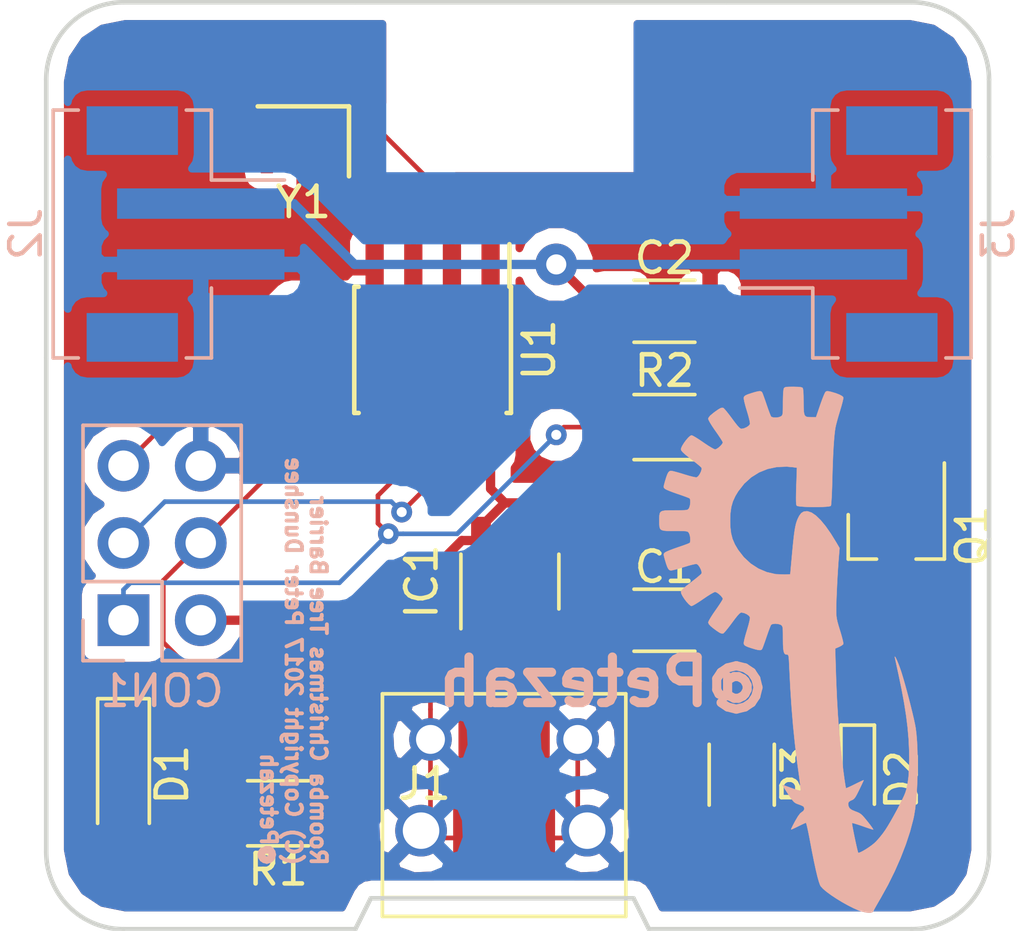
<source format=kicad_pcb>
(kicad_pcb (version 4) (host pcbnew 4.0.7)

  (general
    (links 0)
    (no_connects 37)
    (area 143.0302 102.4002 177.2548 137.3498)
    (thickness 1.6)
    (drawings 18)
    (tracks 109)
    (zones 0)
    (modules 17)
    (nets 18)
  )

  (page A4)
  (layers
    (0 F.Cu signal)
    (31 B.Cu signal)
    (32 B.Adhes user)
    (33 F.Adhes user)
    (34 B.Paste user)
    (35 F.Paste user)
    (36 B.SilkS user)
    (37 F.SilkS user)
    (38 B.Mask user)
    (39 F.Mask user)
    (40 Dwgs.User user)
    (41 Cmts.User user)
    (42 Eco1.User user)
    (43 Eco2.User user)
    (44 Edge.Cuts user)
    (45 Margin user)
    (46 B.CrtYd user)
    (47 F.CrtYd user)
    (48 B.Fab user hide)
    (49 F.Fab user hide)
  )

  (setup
    (last_trace_width 0.1524)
    (trace_clearance 0.1524)
    (zone_clearance 0.508)
    (zone_45_only no)
    (trace_min 0.1524)
    (segment_width 0.2)
    (edge_width 0.15)
    (via_size 0.6858)
    (via_drill 0.3302)
    (via_min_size 0.6858)
    (via_min_drill 0.3302)
    (uvia_size 0.762)
    (uvia_drill 0.508)
    (uvias_allowed no)
    (uvia_min_size 0)
    (uvia_min_drill 0)
    (pcb_text_width 0.3)
    (pcb_text_size 1.5 1.5)
    (mod_edge_width 0.15)
    (mod_text_size 1 1)
    (mod_text_width 0.15)
    (pad_size 1 5.5)
    (pad_drill 0)
    (pad_to_mask_clearance 0.2)
    (aux_axis_origin 0 0)
    (visible_elements 7FFFFFFF)
    (pcbplotparams
      (layerselection 0x00030_80000001)
      (usegerberextensions false)
      (excludeedgelayer true)
      (linewidth 0.100000)
      (plotframeref false)
      (viasonmask false)
      (mode 1)
      (useauxorigin false)
      (hpglpennumber 1)
      (hpglpenspeed 20)
      (hpglpendiameter 15)
      (hpglpenoverlay 2)
      (psnegative false)
      (psa4output false)
      (plotreference true)
      (plotvalue true)
      (plotinvisibletext false)
      (padsonsilk false)
      (subtractmaskfromsilk false)
      (outputformat 1)
      (mirror false)
      (drillshape 0)
      (scaleselection 1)
      (outputdirectory ""))
  )

  (net 0 "")
  (net 1 VBUS)
  (net 2 GND)
  (net 3 +3V3)
  (net 4 /MISO/IR)
  (net 5 /SCK)
  (net 6 /MOSI/INDICATOR)
  (net 7 /RST)
  (net 8 "Net-(D1-Pad2)")
  (net 9 "Net-(D2-Pad1)")
  (net 10 "Net-(D2-Pad2)")
  (net 11 "Net-(IC1-Pad4)")
  (net 12 "Net-(J1-Pad2)")
  (net 13 "Net-(J1-Pad3)")
  (net 14 "Net-(J1-Pad4)")
  (net 15 "Net-(U1-Pad2)")
  (net 16 "Net-(U1-Pad3)")
  (net 17 "Net-(Q1-Pad1)")

  (net_class Default "This is the default net class."
    (clearance 0.1524)
    (trace_width 0.1524)
    (via_dia 0.6858)
    (via_drill 0.3302)
    (uvia_dia 0.762)
    (uvia_drill 0.508)
    (add_net /MISO/IR)
    (add_net /MOSI/INDICATOR)
    (add_net /RST)
    (add_net /SCK)
    (add_net GND)
    (add_net "Net-(D1-Pad2)")
    (add_net "Net-(D2-Pad1)")
    (add_net "Net-(D2-Pad2)")
    (add_net "Net-(IC1-Pad4)")
    (add_net "Net-(J1-Pad2)")
    (add_net "Net-(J1-Pad3)")
    (add_net "Net-(J1-Pad4)")
    (add_net "Net-(Q1-Pad1)")
    (add_net "Net-(U1-Pad2)")
    (add_net "Net-(U1-Pad3)")
  )

  (net_class 3V3 ""
    (clearance 0.3048)
    (trace_width 0.3048)
    (via_dia 1.3716)
    (via_drill 0.6604)
    (uvia_dia 0.762)
    (uvia_drill 0.508)
    (add_net +3V3)
    (add_net VBUS)
  )

  (module Capacitors_SMD:C_1206 (layer F.Cu) (tedit 58AA84B8) (tstamp 5A1C9102)
    (at 165.1 124.46)
    (descr "Capacitor SMD 1206, reflow soldering, AVX (see smccp.pdf)")
    (tags "capacitor 1206")
    (path /5A1C7540)
    (attr smd)
    (fp_text reference C1 (at 0 -1.75) (layer F.SilkS)
      (effects (font (size 1 1) (thickness 0.15)))
    )
    (fp_text value 10uF (at 0 2) (layer F.Fab)
      (effects (font (size 1 1) (thickness 0.15)))
    )
    (fp_text user %R (at 0 -1.75) (layer F.Fab)
      (effects (font (size 1 1) (thickness 0.15)))
    )
    (fp_line (start -1.6 0.8) (end -1.6 -0.8) (layer F.Fab) (width 0.1))
    (fp_line (start 1.6 0.8) (end -1.6 0.8) (layer F.Fab) (width 0.1))
    (fp_line (start 1.6 -0.8) (end 1.6 0.8) (layer F.Fab) (width 0.1))
    (fp_line (start -1.6 -0.8) (end 1.6 -0.8) (layer F.Fab) (width 0.1))
    (fp_line (start 1 -1.02) (end -1 -1.02) (layer F.SilkS) (width 0.12))
    (fp_line (start -1 1.02) (end 1 1.02) (layer F.SilkS) (width 0.12))
    (fp_line (start -2.25 -1.05) (end 2.25 -1.05) (layer F.CrtYd) (width 0.05))
    (fp_line (start -2.25 -1.05) (end -2.25 1.05) (layer F.CrtYd) (width 0.05))
    (fp_line (start 2.25 1.05) (end 2.25 -1.05) (layer F.CrtYd) (width 0.05))
    (fp_line (start 2.25 1.05) (end -2.25 1.05) (layer F.CrtYd) (width 0.05))
    (pad 1 smd rect (at -1.5 0) (size 1 1.6) (layers F.Cu F.Paste F.Mask)
      (net 1 VBUS))
    (pad 2 smd rect (at 1.5 0) (size 1 1.6) (layers F.Cu F.Paste F.Mask)
      (net 2 GND))
    (model Capacitors_SMD.3dshapes/C_1206.wrl
      (at (xyz 0 0 0))
      (scale (xyz 1 1 1))
      (rotate (xyz 0 0 0))
    )
  )

  (module Capacitors_SMD:C_1206 (layer F.Cu) (tedit 58AA84B8) (tstamp 5A1C9108)
    (at 165.1 114.3)
    (descr "Capacitor SMD 1206, reflow soldering, AVX (see smccp.pdf)")
    (tags "capacitor 1206")
    (path /5A1C75DA)
    (attr smd)
    (fp_text reference C2 (at 0 -1.75) (layer F.SilkS)
      (effects (font (size 1 1) (thickness 0.15)))
    )
    (fp_text value 10uF (at 0 2) (layer F.Fab)
      (effects (font (size 1 1) (thickness 0.15)))
    )
    (fp_text user %R (at 0 -1.75) (layer F.Fab)
      (effects (font (size 1 1) (thickness 0.15)))
    )
    (fp_line (start -1.6 0.8) (end -1.6 -0.8) (layer F.Fab) (width 0.1))
    (fp_line (start 1.6 0.8) (end -1.6 0.8) (layer F.Fab) (width 0.1))
    (fp_line (start 1.6 -0.8) (end 1.6 0.8) (layer F.Fab) (width 0.1))
    (fp_line (start -1.6 -0.8) (end 1.6 -0.8) (layer F.Fab) (width 0.1))
    (fp_line (start 1 -1.02) (end -1 -1.02) (layer F.SilkS) (width 0.12))
    (fp_line (start -1 1.02) (end 1 1.02) (layer F.SilkS) (width 0.12))
    (fp_line (start -2.25 -1.05) (end 2.25 -1.05) (layer F.CrtYd) (width 0.05))
    (fp_line (start -2.25 -1.05) (end -2.25 1.05) (layer F.CrtYd) (width 0.05))
    (fp_line (start 2.25 1.05) (end 2.25 -1.05) (layer F.CrtYd) (width 0.05))
    (fp_line (start 2.25 1.05) (end -2.25 1.05) (layer F.CrtYd) (width 0.05))
    (pad 1 smd rect (at -1.5 0) (size 1 1.6) (layers F.Cu F.Paste F.Mask)
      (net 3 +3V3))
    (pad 2 smd rect (at 1.5 0) (size 1 1.6) (layers F.Cu F.Paste F.Mask)
      (net 2 GND))
    (model Capacitors_SMD.3dshapes/C_1206.wrl
      (at (xyz 0 0 0))
      (scale (xyz 1 1 1))
      (rotate (xyz 0 0 0))
    )
  )

  (module Pin_Headers:Pin_Header_Straight_2x03_Pitch2.54mm (layer B.Cu) (tedit 59650532) (tstamp 5A1C9112)
    (at 147.32 124.46)
    (descr "Through hole straight pin header, 2x03, 2.54mm pitch, double rows")
    (tags "Through hole pin header THT 2x03 2.54mm double row")
    (path /5A1C6CE7)
    (fp_text reference CON1 (at 1.27 2.33) (layer B.SilkS)
      (effects (font (size 1 1) (thickness 0.15)) (justify mirror))
    )
    (fp_text value AVR-ISP-6 (at 1.27 -7.41) (layer B.Fab)
      (effects (font (size 1 1) (thickness 0.15)) (justify mirror))
    )
    (fp_line (start 0 1.27) (end 3.81 1.27) (layer B.Fab) (width 0.1))
    (fp_line (start 3.81 1.27) (end 3.81 -6.35) (layer B.Fab) (width 0.1))
    (fp_line (start 3.81 -6.35) (end -1.27 -6.35) (layer B.Fab) (width 0.1))
    (fp_line (start -1.27 -6.35) (end -1.27 0) (layer B.Fab) (width 0.1))
    (fp_line (start -1.27 0) (end 0 1.27) (layer B.Fab) (width 0.1))
    (fp_line (start -1.33 -6.41) (end 3.87 -6.41) (layer B.SilkS) (width 0.12))
    (fp_line (start -1.33 -1.27) (end -1.33 -6.41) (layer B.SilkS) (width 0.12))
    (fp_line (start 3.87 1.33) (end 3.87 -6.41) (layer B.SilkS) (width 0.12))
    (fp_line (start -1.33 -1.27) (end 1.27 -1.27) (layer B.SilkS) (width 0.12))
    (fp_line (start 1.27 -1.27) (end 1.27 1.33) (layer B.SilkS) (width 0.12))
    (fp_line (start 1.27 1.33) (end 3.87 1.33) (layer B.SilkS) (width 0.12))
    (fp_line (start -1.33 0) (end -1.33 1.33) (layer B.SilkS) (width 0.12))
    (fp_line (start -1.33 1.33) (end 0 1.33) (layer B.SilkS) (width 0.12))
    (fp_line (start -1.8 1.8) (end -1.8 -6.85) (layer B.CrtYd) (width 0.05))
    (fp_line (start -1.8 -6.85) (end 4.35 -6.85) (layer B.CrtYd) (width 0.05))
    (fp_line (start 4.35 -6.85) (end 4.35 1.8) (layer B.CrtYd) (width 0.05))
    (fp_line (start 4.35 1.8) (end -1.8 1.8) (layer B.CrtYd) (width 0.05))
    (fp_text user %R (at 1.27 -2.54 270) (layer B.Fab)
      (effects (font (size 1 1) (thickness 0.15)) (justify mirror))
    )
    (pad 1 thru_hole rect (at 0 0) (size 1.7 1.7) (drill 1) (layers *.Cu *.Mask)
      (net 4 /MISO/IR))
    (pad 2 thru_hole oval (at 2.54 0) (size 1.7 1.7) (drill 1) (layers *.Cu *.Mask)
      (net 3 +3V3))
    (pad 3 thru_hole oval (at 0 -2.54) (size 1.7 1.7) (drill 1) (layers *.Cu *.Mask)
      (net 5 /SCK))
    (pad 4 thru_hole oval (at 2.54 -2.54) (size 1.7 1.7) (drill 1) (layers *.Cu *.Mask)
      (net 6 /MOSI/INDICATOR))
    (pad 5 thru_hole oval (at 0 -5.08) (size 1.7 1.7) (drill 1) (layers *.Cu *.Mask)
      (net 7 /RST))
    (pad 6 thru_hole oval (at 2.54 -5.08) (size 1.7 1.7) (drill 1) (layers *.Cu *.Mask)
      (net 2 GND))
    (model ${KISYS3DMOD}/Pin_Headers.3dshapes/Pin_Header_Straight_2x03_Pitch2.54mm.wrl
      (at (xyz 0 0 0))
      (scale (xyz 1 1 1))
      (rotate (xyz 0 0 0))
    )
  )

  (module LEDs:LED_1206 (layer F.Cu) (tedit 57FE943C) (tstamp 5A1C9118)
    (at 147.32 129.54 270)
    (descr "LED 1206 smd package")
    (tags "LED led 1206 SMD smd SMT smt smdled SMDLED smtled SMTLED")
    (path /5A1C65D6)
    (attr smd)
    (fp_text reference D1 (at 0 -1.6 270) (layer F.SilkS)
      (effects (font (size 1 1) (thickness 0.15)))
    )
    (fp_text value LED (at 0 1.7 270) (layer F.Fab)
      (effects (font (size 1 1) (thickness 0.15)))
    )
    (fp_line (start -2.5 -0.85) (end -2.5 0.85) (layer F.SilkS) (width 0.12))
    (fp_line (start -0.45 -0.4) (end -0.45 0.4) (layer F.Fab) (width 0.1))
    (fp_line (start -0.4 0) (end 0.2 -0.4) (layer F.Fab) (width 0.1))
    (fp_line (start 0.2 0.4) (end -0.4 0) (layer F.Fab) (width 0.1))
    (fp_line (start 0.2 -0.4) (end 0.2 0.4) (layer F.Fab) (width 0.1))
    (fp_line (start 1.6 0.8) (end -1.6 0.8) (layer F.Fab) (width 0.1))
    (fp_line (start 1.6 -0.8) (end 1.6 0.8) (layer F.Fab) (width 0.1))
    (fp_line (start -1.6 -0.8) (end 1.6 -0.8) (layer F.Fab) (width 0.1))
    (fp_line (start -1.6 0.8) (end -1.6 -0.8) (layer F.Fab) (width 0.1))
    (fp_line (start -2.45 0.85) (end 1.6 0.85) (layer F.SilkS) (width 0.12))
    (fp_line (start -2.45 -0.85) (end 1.6 -0.85) (layer F.SilkS) (width 0.12))
    (fp_line (start 2.65 -1) (end 2.65 1) (layer F.CrtYd) (width 0.05))
    (fp_line (start 2.65 1) (end -2.65 1) (layer F.CrtYd) (width 0.05))
    (fp_line (start -2.65 1) (end -2.65 -1) (layer F.CrtYd) (width 0.05))
    (fp_line (start -2.65 -1) (end 2.65 -1) (layer F.CrtYd) (width 0.05))
    (pad 2 smd rect (at 1.65 0 90) (size 1.5 1.5) (layers F.Cu F.Paste F.Mask)
      (net 8 "Net-(D1-Pad2)"))
    (pad 1 smd rect (at -1.65 0 90) (size 1.5 1.5) (layers F.Cu F.Paste F.Mask)
      (net 2 GND))
    (model ${KISYS3DMOD}/LEDs.3dshapes/LED_1206.wrl
      (at (xyz 0 0 0))
      (scale (xyz 1 1 1))
      (rotate (xyz 0 0 180))
    )
  )

  (module LEDs:LED_0603_HandSoldering (layer F.Cu) (tedit 595FC9C0) (tstamp 5A1C911E)
    (at 171.45 129.71 270)
    (descr "LED SMD 0603, hand soldering")
    (tags "LED 0603")
    (path /5A1C66BD)
    (attr smd)
    (fp_text reference D2 (at 0 -1.45 270) (layer F.SilkS)
      (effects (font (size 1 1) (thickness 0.15)))
    )
    (fp_text value IR_LED (at 0 1.55 270) (layer F.Fab)
      (effects (font (size 1 1) (thickness 0.15)))
    )
    (fp_line (start -1.8 -0.55) (end -1.8 0.55) (layer F.SilkS) (width 0.12))
    (fp_line (start -0.2 -0.2) (end -0.2 0.2) (layer F.Fab) (width 0.1))
    (fp_line (start -0.15 0) (end 0.15 -0.2) (layer F.Fab) (width 0.1))
    (fp_line (start 0.15 0.2) (end -0.15 0) (layer F.Fab) (width 0.1))
    (fp_line (start 0.15 -0.2) (end 0.15 0.2) (layer F.Fab) (width 0.1))
    (fp_line (start 0.8 0.4) (end -0.8 0.4) (layer F.Fab) (width 0.1))
    (fp_line (start 0.8 -0.4) (end 0.8 0.4) (layer F.Fab) (width 0.1))
    (fp_line (start -0.8 -0.4) (end 0.8 -0.4) (layer F.Fab) (width 0.1))
    (fp_line (start -1.8 0.55) (end 0.8 0.55) (layer F.SilkS) (width 0.12))
    (fp_line (start -1.8 -0.55) (end 0.8 -0.55) (layer F.SilkS) (width 0.12))
    (fp_line (start -1.96 -0.7) (end 1.95 -0.7) (layer F.CrtYd) (width 0.05))
    (fp_line (start -1.96 -0.7) (end -1.96 0.7) (layer F.CrtYd) (width 0.05))
    (fp_line (start 1.95 0.7) (end 1.95 -0.7) (layer F.CrtYd) (width 0.05))
    (fp_line (start 1.95 0.7) (end -1.96 0.7) (layer F.CrtYd) (width 0.05))
    (fp_line (start -0.8 -0.4) (end -0.8 0.4) (layer F.Fab) (width 0.1))
    (pad 1 smd rect (at -1.1 0 270) (size 1.2 0.9) (layers F.Cu F.Paste F.Mask)
      (net 9 "Net-(D2-Pad1)"))
    (pad 2 smd rect (at 1.1 0 270) (size 1.2 0.9) (layers F.Cu F.Paste F.Mask)
      (net 10 "Net-(D2-Pad2)"))
    (model ${KISYS3DMOD}/LEDs.3dshapes/LED_0603.wrl
      (at (xyz 0 0 0))
      (scale (xyz 1 1 1))
      (rotate (xyz 0 0 180))
    )
  )

  (module TO_SOT_Packages_SMD:SOT-23-5_HandSoldering (layer F.Cu) (tedit 58CE4E7E) (tstamp 5A1C9127)
    (at 160.02 123.19 90)
    (descr "5-pin SOT23 package")
    (tags "SOT-23-5 hand-soldering")
    (path /5A1C72F5)
    (attr smd)
    (fp_text reference IC1 (at 0 -2.9 90) (layer F.SilkS)
      (effects (font (size 1 1) (thickness 0.15)))
    )
    (fp_text value MIC5225-3.3 (at 0 2.9 90) (layer F.Fab)
      (effects (font (size 1 1) (thickness 0.15)))
    )
    (fp_text user %R (at 0 0 180) (layer F.Fab)
      (effects (font (size 0.5 0.5) (thickness 0.075)))
    )
    (fp_line (start -0.9 1.61) (end 0.9 1.61) (layer F.SilkS) (width 0.12))
    (fp_line (start 0.9 -1.61) (end -1.55 -1.61) (layer F.SilkS) (width 0.12))
    (fp_line (start -0.9 -0.9) (end -0.25 -1.55) (layer F.Fab) (width 0.1))
    (fp_line (start 0.9 -1.55) (end -0.25 -1.55) (layer F.Fab) (width 0.1))
    (fp_line (start -0.9 -0.9) (end -0.9 1.55) (layer F.Fab) (width 0.1))
    (fp_line (start 0.9 1.55) (end -0.9 1.55) (layer F.Fab) (width 0.1))
    (fp_line (start 0.9 -1.55) (end 0.9 1.55) (layer F.Fab) (width 0.1))
    (fp_line (start -2.38 -1.8) (end 2.38 -1.8) (layer F.CrtYd) (width 0.05))
    (fp_line (start -2.38 -1.8) (end -2.38 1.8) (layer F.CrtYd) (width 0.05))
    (fp_line (start 2.38 1.8) (end 2.38 -1.8) (layer F.CrtYd) (width 0.05))
    (fp_line (start 2.38 1.8) (end -2.38 1.8) (layer F.CrtYd) (width 0.05))
    (pad 1 smd rect (at -1.35 -0.95 90) (size 1.56 0.65) (layers F.Cu F.Paste F.Mask)
      (net 1 VBUS))
    (pad 2 smd rect (at -1.35 0 90) (size 1.56 0.65) (layers F.Cu F.Paste F.Mask)
      (net 2 GND))
    (pad 3 smd rect (at -1.35 0.95 90) (size 1.56 0.65) (layers F.Cu F.Paste F.Mask)
      (net 1 VBUS))
    (pad 4 smd rect (at 1.35 0.95 90) (size 1.56 0.65) (layers F.Cu F.Paste F.Mask)
      (net 11 "Net-(IC1-Pad4)"))
    (pad 5 smd rect (at 1.35 -0.95 90) (size 1.56 0.65) (layers F.Cu F.Paste F.Mask)
      (net 3 +3V3))
    (model ${KISYS3DMOD}/TO_SOT_Packages_SMD.3dshapes\SOT-23-5.wrl
      (at (xyz 0 0 0))
      (scale (xyz 1 1 1))
      (rotate (xyz 0 0 0))
    )
  )

  (module NurseryPager-Hardware:USB_Micro-B_10103594-0001LF placed (layer F.Cu) (tedit 58DA845F) (tstamp 5A1C9136)
    (at 159.83 130)
    (descr "Micro USB Type B 10103594-0001LF")
    (tags "USB USB_B USB_micro USB_OTG")
    (path /5A1C7778)
    (attr smd)
    (fp_text reference J1 (at -2.611 -0.158) (layer F.SilkS)
      (effects (font (size 1 1) (thickness 0.15)))
    )
    (fp_text value USB_OTG (at 0 6.17) (layer F.Fab)
      (effects (font (size 1 1) (thickness 0.15)))
    )
    (fp_line (start -4.25 -3.4) (end 4.25 -3.4) (layer F.CrtYd) (width 0.05))
    (fp_line (start 4.25 -3.4) (end 4.25 4.45) (layer F.CrtYd) (width 0.05))
    (fp_line (start 4.25 4.45) (end -4.25 4.45) (layer F.CrtYd) (width 0.05))
    (fp_line (start -4.25 4.45) (end -4.25 -3.4) (layer F.CrtYd) (width 0.05))
    (fp_line (start -4 4.2) (end 4 4.2) (layer F.SilkS) (width 0.12))
    (fp_line (start -4 -3.12) (end 4 -3.12) (layer F.SilkS) (width 0.12))
    (fp_line (start 4 -3.12) (end 4 4.2) (layer F.SilkS) (width 0.12))
    (fp_line (start 4 3.58) (end -4 3.58) (layer F.SilkS) (width 0.12))
    (fp_line (start -4 4.2) (end -4 -3.12) (layer F.SilkS) (width 0.12))
    (pad 1 smd rect (at -1.3 -1.5 90) (size 1.65 0.4) (layers F.Cu F.Paste F.Mask)
      (net 1 VBUS))
    (pad 2 smd rect (at -0.65 -1.5 90) (size 1.65 0.4) (layers F.Cu F.Paste F.Mask)
      (net 12 "Net-(J1-Pad2)"))
    (pad 3 smd rect (at 0 -1.5 90) (size 1.65 0.4) (layers F.Cu F.Paste F.Mask)
      (net 13 "Net-(J1-Pad3)"))
    (pad 4 smd rect (at 0.65 -1.5 90) (size 1.65 0.4) (layers F.Cu F.Paste F.Mask)
      (net 14 "Net-(J1-Pad4)"))
    (pad 5 smd rect (at 1.3 -1.5 90) (size 1.65 0.4) (layers F.Cu F.Paste F.Mask)
      (net 2 GND))
    (pad 6 thru_hole circle (at -2.42 -1.62 90) (size 1.4 1.4) (drill 0.95) (layers *.Cu *.Mask)
      (net 2 GND))
    (pad 6 thru_hole circle (at 2.42 -1.62 90) (size 1.4 1.4) (drill 0.95) (layers *.Cu *.Mask)
      (net 2 GND))
    (pad 6 thru_hole circle (at -2.73 1.38 90) (size 1.7 1.7) (drill 1.2) (layers *.Cu *.Mask)
      (net 2 GND))
    (pad 6 thru_hole circle (at 2.73 1.38 90) (size 1.7 1.7) (drill 1.2) (layers *.Cu *.Mask)
      (net 2 GND))
    (pad 6 smd rect (at -0.96 1.62 90) (size 2.5 1.43) (layers F.Cu F.Paste F.Mask)
      (net 2 GND))
    (pad 6 smd rect (at 0.96 1.62 90) (size 2.5 1.43) (layers F.Cu F.Paste F.Mask)
      (net 2 GND))
  )

  (module Connectors_JST:JST_PH_B2B-PH-SM4-TB_02x2.00mm_Straight (layer B.Cu) (tedit 58D40574) (tstamp 5A1C913E)
    (at 148.735 111.76 270)
    (descr "JST PH series connector, B2B-PH-SM4-TB, top entry type, surface mount, Datasheet: http://www.jst-mfg.com/product/pdf/eng/ePH.pdf")
    (tags "connector jst ph")
    (path /5A1C7FC9)
    (attr smd)
    (fp_text reference J2 (at 0 4.625 270) (layer B.SilkS)
      (effects (font (size 1 1) (thickness 0.15)) (justify mirror))
    )
    (fp_text value JSTPH (at 0 -4.875 270) (layer B.Fab)
      (effects (font (size 1 1) (thickness 0.15)) (justify mirror))
    )
    (fp_line (start -4.075 2.9) (end -4.075 3.725) (layer B.SilkS) (width 0.12))
    (fp_line (start -4.075 3.725) (end 4.075 3.725) (layer B.SilkS) (width 0.12))
    (fp_line (start 4.075 3.725) (end 4.075 2.9) (layer B.SilkS) (width 0.12))
    (fp_line (start -4.075 -0.65) (end -4.075 -1.475) (layer B.SilkS) (width 0.12))
    (fp_line (start -4.075 -1.475) (end -1.775 -1.475) (layer B.SilkS) (width 0.12))
    (fp_line (start 4.075 -0.65) (end 4.075 -1.475) (layer B.SilkS) (width 0.12))
    (fp_line (start 4.075 -1.475) (end 1.775 -1.475) (layer B.SilkS) (width 0.12))
    (fp_line (start -3.975 3.625) (end -3.975 -1.375) (layer B.Fab) (width 0.1))
    (fp_line (start -3.975 -1.375) (end 3.975 -1.375) (layer B.Fab) (width 0.1))
    (fp_line (start 3.975 -1.375) (end 3.975 3.625) (layer B.Fab) (width 0.1))
    (fp_line (start 3.975 3.625) (end -3.975 3.625) (layer B.Fab) (width 0.1))
    (fp_line (start -1.775 -1.475) (end -1.775 -3.875) (layer B.SilkS) (width 0.12))
    (fp_line (start -2 -1.375) (end -1 -0.375) (layer B.Fab) (width 0.1))
    (fp_line (start -1 -0.375) (end 0 -1.375) (layer B.Fab) (width 0.1))
    (fp_line (start -4.7 4.13) (end -4.7 -4.38) (layer B.CrtYd) (width 0.05))
    (fp_line (start -4.7 -4.38) (end 4.7 -4.38) (layer B.CrtYd) (width 0.05))
    (fp_line (start 4.7 -4.38) (end 4.7 4.13) (layer B.CrtYd) (width 0.05))
    (fp_line (start 4.7 4.13) (end -4.7 4.13) (layer B.CrtYd) (width 0.05))
    (fp_text user %R (at 0 2.625 270) (layer B.Fab)
      (effects (font (size 1 1) (thickness 0.15)) (justify mirror))
    )
    (pad 1 smd rect (at -1 -1.125 270) (size 1 5.5) (layers B.Cu B.Paste B.Mask)
      (net 3 +3V3))
    (pad 2 smd rect (at 1 -1.125 270) (size 1 5.5) (layers B.Cu B.Paste B.Mask)
      (net 2 GND))
    (pad "" smd rect (at -3.4 1.125 270) (size 1.6 3) (layers B.Cu B.Paste B.Mask))
    (pad "" smd rect (at 3.4 1.125 270) (size 1.6 3) (layers B.Cu B.Paste B.Mask))
    (model ${KISYS3DMOD}/Connectors_JST.3dshapes/JST_PH_B2B-PH-SM4-TB_02x2.00mm_Straight.wrl
      (at (xyz 0 0 0))
      (scale (xyz 1 1 1))
      (rotate (xyz 0 0 0))
    )
  )

  (module Connectors_JST:JST_PH_B2B-PH-SM4-TB_02x2.00mm_Straight (layer B.Cu) (tedit 58D40574) (tstamp 5A1C9146)
    (at 171.45 111.76 90)
    (descr "JST PH series connector, B2B-PH-SM4-TB, top entry type, surface mount, Datasheet: http://www.jst-mfg.com/product/pdf/eng/ePH.pdf")
    (tags "connector jst ph")
    (path /5A1C7EFC)
    (attr smd)
    (fp_text reference J3 (at 0 4.625 90) (layer B.SilkS)
      (effects (font (size 1 1) (thickness 0.15)) (justify mirror))
    )
    (fp_text value JSTPH (at 0 -4.875 90) (layer B.Fab)
      (effects (font (size 1 1) (thickness 0.15)) (justify mirror))
    )
    (fp_line (start -4.075 2.9) (end -4.075 3.725) (layer B.SilkS) (width 0.12))
    (fp_line (start -4.075 3.725) (end 4.075 3.725) (layer B.SilkS) (width 0.12))
    (fp_line (start 4.075 3.725) (end 4.075 2.9) (layer B.SilkS) (width 0.12))
    (fp_line (start -4.075 -0.65) (end -4.075 -1.475) (layer B.SilkS) (width 0.12))
    (fp_line (start -4.075 -1.475) (end -1.775 -1.475) (layer B.SilkS) (width 0.12))
    (fp_line (start 4.075 -0.65) (end 4.075 -1.475) (layer B.SilkS) (width 0.12))
    (fp_line (start 4.075 -1.475) (end 1.775 -1.475) (layer B.SilkS) (width 0.12))
    (fp_line (start -3.975 3.625) (end -3.975 -1.375) (layer B.Fab) (width 0.1))
    (fp_line (start -3.975 -1.375) (end 3.975 -1.375) (layer B.Fab) (width 0.1))
    (fp_line (start 3.975 -1.375) (end 3.975 3.625) (layer B.Fab) (width 0.1))
    (fp_line (start 3.975 3.625) (end -3.975 3.625) (layer B.Fab) (width 0.1))
    (fp_line (start -1.775 -1.475) (end -1.775 -3.875) (layer B.SilkS) (width 0.12))
    (fp_line (start -2 -1.375) (end -1 -0.375) (layer B.Fab) (width 0.1))
    (fp_line (start -1 -0.375) (end 0 -1.375) (layer B.Fab) (width 0.1))
    (fp_line (start -4.7 4.13) (end -4.7 -4.38) (layer B.CrtYd) (width 0.05))
    (fp_line (start -4.7 -4.38) (end 4.7 -4.38) (layer B.CrtYd) (width 0.05))
    (fp_line (start 4.7 -4.38) (end 4.7 4.13) (layer B.CrtYd) (width 0.05))
    (fp_line (start 4.7 4.13) (end -4.7 4.13) (layer B.CrtYd) (width 0.05))
    (fp_text user %R (at 0 2.625 90) (layer B.Fab)
      (effects (font (size 1 1) (thickness 0.15)) (justify mirror))
    )
    (pad 1 smd rect (at -1 -1.125 90) (size 1 5.5) (layers B.Cu B.Paste B.Mask)
      (net 3 +3V3))
    (pad 2 smd rect (at 1 -1.125 90) (size 1 5.5) (layers B.Cu B.Paste B.Mask)
      (net 2 GND))
    (pad "" smd rect (at -3.4 1.125 90) (size 1.6 3) (layers B.Cu B.Paste B.Mask))
    (pad "" smd rect (at 3.4 1.125 90) (size 1.6 3) (layers B.Cu B.Paste B.Mask))
    (model ${KISYS3DMOD}/Connectors_JST.3dshapes/JST_PH_B2B-PH-SM4-TB_02x2.00mm_Straight.wrl
      (at (xyz 0 0 0))
      (scale (xyz 1 1 1))
      (rotate (xyz 0 0 0))
    )
  )

  (module Resistors_SMD:R_1206 (layer F.Cu) (tedit 58E0A804) (tstamp 5A1C9153)
    (at 152.4 130.81 180)
    (descr "Resistor SMD 1206, reflow soldering, Vishay (see dcrcw.pdf)")
    (tags "resistor 1206")
    (path /5A1C64F1)
    (attr smd)
    (fp_text reference R1 (at 0 -1.85 180) (layer F.SilkS)
      (effects (font (size 1 1) (thickness 0.15)))
    )
    (fp_text value 560 (at 0 1.95 180) (layer F.Fab)
      (effects (font (size 1 1) (thickness 0.15)))
    )
    (fp_text user %R (at 0 0 180) (layer F.Fab)
      (effects (font (size 0.7 0.7) (thickness 0.105)))
    )
    (fp_line (start -1.6 0.8) (end -1.6 -0.8) (layer F.Fab) (width 0.1))
    (fp_line (start 1.6 0.8) (end -1.6 0.8) (layer F.Fab) (width 0.1))
    (fp_line (start 1.6 -0.8) (end 1.6 0.8) (layer F.Fab) (width 0.1))
    (fp_line (start -1.6 -0.8) (end 1.6 -0.8) (layer F.Fab) (width 0.1))
    (fp_line (start 1 1.07) (end -1 1.07) (layer F.SilkS) (width 0.12))
    (fp_line (start -1 -1.07) (end 1 -1.07) (layer F.SilkS) (width 0.12))
    (fp_line (start -2.15 -1.11) (end 2.15 -1.11) (layer F.CrtYd) (width 0.05))
    (fp_line (start -2.15 -1.11) (end -2.15 1.1) (layer F.CrtYd) (width 0.05))
    (fp_line (start 2.15 1.1) (end 2.15 -1.11) (layer F.CrtYd) (width 0.05))
    (fp_line (start 2.15 1.1) (end -2.15 1.1) (layer F.CrtYd) (width 0.05))
    (pad 1 smd rect (at -1.45 0 180) (size 0.9 1.7) (layers F.Cu F.Paste F.Mask)
      (net 6 /MOSI/INDICATOR))
    (pad 2 smd rect (at 1.45 0 180) (size 0.9 1.7) (layers F.Cu F.Paste F.Mask)
      (net 8 "Net-(D1-Pad2)"))
    (model ${KISYS3DMOD}/Resistors_SMD.3dshapes/R_1206.wrl
      (at (xyz 0 0 0))
      (scale (xyz 1 1 1))
      (rotate (xyz 0 0 0))
    )
  )

  (module Resistors_SMD:R_1206 (layer F.Cu) (tedit 58E0A804) (tstamp 5A1C9159)
    (at 165.1 118.11)
    (descr "Resistor SMD 1206, reflow soldering, Vishay (see dcrcw.pdf)")
    (tags "resistor 1206")
    (path /5A1C657A)
    (attr smd)
    (fp_text reference R2 (at 0 -1.85) (layer F.SilkS)
      (effects (font (size 1 1) (thickness 0.15)))
    )
    (fp_text value 560 (at 0 1.95) (layer F.Fab)
      (effects (font (size 1 1) (thickness 0.15)))
    )
    (fp_text user %R (at 0 0) (layer F.Fab)
      (effects (font (size 0.7 0.7) (thickness 0.105)))
    )
    (fp_line (start -1.6 0.8) (end -1.6 -0.8) (layer F.Fab) (width 0.1))
    (fp_line (start 1.6 0.8) (end -1.6 0.8) (layer F.Fab) (width 0.1))
    (fp_line (start 1.6 -0.8) (end 1.6 0.8) (layer F.Fab) (width 0.1))
    (fp_line (start -1.6 -0.8) (end 1.6 -0.8) (layer F.Fab) (width 0.1))
    (fp_line (start 1 1.07) (end -1 1.07) (layer F.SilkS) (width 0.12))
    (fp_line (start -1 -1.07) (end 1 -1.07) (layer F.SilkS) (width 0.12))
    (fp_line (start -2.15 -1.11) (end 2.15 -1.11) (layer F.CrtYd) (width 0.05))
    (fp_line (start -2.15 -1.11) (end -2.15 1.1) (layer F.CrtYd) (width 0.05))
    (fp_line (start 2.15 1.1) (end 2.15 -1.11) (layer F.CrtYd) (width 0.05))
    (fp_line (start 2.15 1.1) (end -2.15 1.1) (layer F.CrtYd) (width 0.05))
    (pad 1 smd rect (at -1.45 0) (size 0.9 1.7) (layers F.Cu F.Paste F.Mask)
      (net 4 /MISO/IR))
    (pad 2 smd rect (at 1.45 0) (size 0.9 1.7) (layers F.Cu F.Paste F.Mask)
      (net 17 "Net-(Q1-Pad1)"))
    (model ${KISYS3DMOD}/Resistors_SMD.3dshapes/R_1206.wrl
      (at (xyz 0 0 0))
      (scale (xyz 1 1 1))
      (rotate (xyz 0 0 0))
    )
  )

  (module Resistors_SMD:R_1206 (layer F.Cu) (tedit 58E0A804) (tstamp 5A1C915F)
    (at 167.64 129.54 270)
    (descr "Resistor SMD 1206, reflow soldering, Vishay (see dcrcw.pdf)")
    (tags "resistor 1206")
    (path /5A1C65A3)
    (attr smd)
    (fp_text reference R3 (at 0 -1.85 270) (layer F.SilkS)
      (effects (font (size 1 1) (thickness 0.15)))
    )
    (fp_text value 51 (at 0 1.95 270) (layer F.Fab)
      (effects (font (size 1 1) (thickness 0.15)))
    )
    (fp_text user %R (at 0 0 270) (layer F.Fab)
      (effects (font (size 0.7 0.7) (thickness 0.105)))
    )
    (fp_line (start -1.6 0.8) (end -1.6 -0.8) (layer F.Fab) (width 0.1))
    (fp_line (start 1.6 0.8) (end -1.6 0.8) (layer F.Fab) (width 0.1))
    (fp_line (start 1.6 -0.8) (end 1.6 0.8) (layer F.Fab) (width 0.1))
    (fp_line (start -1.6 -0.8) (end 1.6 -0.8) (layer F.Fab) (width 0.1))
    (fp_line (start 1 1.07) (end -1 1.07) (layer F.SilkS) (width 0.12))
    (fp_line (start -1 -1.07) (end 1 -1.07) (layer F.SilkS) (width 0.12))
    (fp_line (start -2.15 -1.11) (end 2.15 -1.11) (layer F.CrtYd) (width 0.05))
    (fp_line (start -2.15 -1.11) (end -2.15 1.1) (layer F.CrtYd) (width 0.05))
    (fp_line (start 2.15 1.1) (end 2.15 -1.11) (layer F.CrtYd) (width 0.05))
    (fp_line (start 2.15 1.1) (end -2.15 1.1) (layer F.CrtYd) (width 0.05))
    (pad 1 smd rect (at -1.45 0 270) (size 0.9 1.7) (layers F.Cu F.Paste F.Mask)
      (net 3 +3V3))
    (pad 2 smd rect (at 1.45 0 270) (size 0.9 1.7) (layers F.Cu F.Paste F.Mask)
      (net 10 "Net-(D2-Pad2)"))
    (model ${KISYS3DMOD}/Resistors_SMD.3dshapes/R_1206.wrl
      (at (xyz 0 0 0))
      (scale (xyz 1 1 1))
      (rotate (xyz 0 0 0))
    )
  )

  (module Housings_SOIC:SOIC-8_3.9x4.9mm_Pitch1.27mm (layer F.Cu) (tedit 58CD0CDA) (tstamp 5A1C916B)
    (at 157.48 115.57 270)
    (descr "8-Lead Plastic Small Outline (SN) - Narrow, 3.90 mm Body [SOIC] (see Microchip Packaging Specification 00000049BS.pdf)")
    (tags "SOIC 1.27")
    (path /5A1B3BA1)
    (attr smd)
    (fp_text reference U1 (at 0 -3.5 270) (layer F.SilkS)
      (effects (font (size 1 1) (thickness 0.15)))
    )
    (fp_text value ATTINY45-20SU (at 0 3.5 270) (layer F.Fab)
      (effects (font (size 1 1) (thickness 0.15)))
    )
    (fp_text user %R (at 0 0 270) (layer F.Fab)
      (effects (font (size 1 1) (thickness 0.15)))
    )
    (fp_line (start -0.95 -2.45) (end 1.95 -2.45) (layer F.Fab) (width 0.1))
    (fp_line (start 1.95 -2.45) (end 1.95 2.45) (layer F.Fab) (width 0.1))
    (fp_line (start 1.95 2.45) (end -1.95 2.45) (layer F.Fab) (width 0.1))
    (fp_line (start -1.95 2.45) (end -1.95 -1.45) (layer F.Fab) (width 0.1))
    (fp_line (start -1.95 -1.45) (end -0.95 -2.45) (layer F.Fab) (width 0.1))
    (fp_line (start -3.73 -2.7) (end -3.73 2.7) (layer F.CrtYd) (width 0.05))
    (fp_line (start 3.73 -2.7) (end 3.73 2.7) (layer F.CrtYd) (width 0.05))
    (fp_line (start -3.73 -2.7) (end 3.73 -2.7) (layer F.CrtYd) (width 0.05))
    (fp_line (start -3.73 2.7) (end 3.73 2.7) (layer F.CrtYd) (width 0.05))
    (fp_line (start -2.075 -2.575) (end -2.075 -2.525) (layer F.SilkS) (width 0.15))
    (fp_line (start 2.075 -2.575) (end 2.075 -2.43) (layer F.SilkS) (width 0.15))
    (fp_line (start 2.075 2.575) (end 2.075 2.43) (layer F.SilkS) (width 0.15))
    (fp_line (start -2.075 2.575) (end -2.075 2.43) (layer F.SilkS) (width 0.15))
    (fp_line (start -2.075 -2.575) (end 2.075 -2.575) (layer F.SilkS) (width 0.15))
    (fp_line (start -2.075 2.575) (end 2.075 2.575) (layer F.SilkS) (width 0.15))
    (fp_line (start -2.075 -2.525) (end -3.475 -2.525) (layer F.SilkS) (width 0.15))
    (pad 1 smd rect (at -2.7 -1.905 270) (size 1.55 0.6) (layers F.Cu F.Paste F.Mask)
      (net 7 /RST))
    (pad 2 smd rect (at -2.7 -0.635 270) (size 1.55 0.6) (layers F.Cu F.Paste F.Mask)
      (net 15 "Net-(U1-Pad2)"))
    (pad 3 smd rect (at -2.7 0.635 270) (size 1.55 0.6) (layers F.Cu F.Paste F.Mask)
      (net 16 "Net-(U1-Pad3)"))
    (pad 4 smd rect (at -2.7 1.905 270) (size 1.55 0.6) (layers F.Cu F.Paste F.Mask)
      (net 2 GND))
    (pad 5 smd rect (at 2.7 1.905 270) (size 1.55 0.6) (layers F.Cu F.Paste F.Mask)
      (net 6 /MOSI/INDICATOR))
    (pad 6 smd rect (at 2.7 0.635 270) (size 1.55 0.6) (layers F.Cu F.Paste F.Mask)
      (net 4 /MISO/IR))
    (pad 7 smd rect (at 2.7 -0.635 270) (size 1.55 0.6) (layers F.Cu F.Paste F.Mask)
      (net 5 /SCK))
    (pad 8 smd rect (at 2.7 -1.905 270) (size 1.55 0.6) (layers F.Cu F.Paste F.Mask)
      (net 3 +3V3))
    (model ${KISYS3DMOD}/Housings_SOIC.3dshapes/SOIC-8_3.9x4.9mm_Pitch1.27mm.wrl
      (at (xyz 0 0 0))
      (scale (xyz 1 1 1))
      (rotate (xyz 0 0 0))
    )
  )

  (module TO_SOT_Packages_SMD:SOT-23_Handsoldering (layer F.Cu) (tedit 58CE4E7E) (tstamp 5A1DDAFB)
    (at 172.72 121.69 270)
    (descr "SOT-23, Handsoldering")
    (tags SOT-23)
    (path /5A1CDA3E)
    (attr smd)
    (fp_text reference Q1 (at 0 -2.5 270) (layer F.SilkS)
      (effects (font (size 1 1) (thickness 0.15)))
    )
    (fp_text value Q_PNP_BEC (at 0 2.5 270) (layer F.Fab)
      (effects (font (size 1 1) (thickness 0.15)))
    )
    (fp_text user %R (at 0 0 360) (layer F.Fab)
      (effects (font (size 0.5 0.5) (thickness 0.075)))
    )
    (fp_line (start 0.76 1.58) (end 0.76 0.65) (layer F.SilkS) (width 0.12))
    (fp_line (start 0.76 -1.58) (end 0.76 -0.65) (layer F.SilkS) (width 0.12))
    (fp_line (start -2.7 -1.75) (end 2.7 -1.75) (layer F.CrtYd) (width 0.05))
    (fp_line (start 2.7 -1.75) (end 2.7 1.75) (layer F.CrtYd) (width 0.05))
    (fp_line (start 2.7 1.75) (end -2.7 1.75) (layer F.CrtYd) (width 0.05))
    (fp_line (start -2.7 1.75) (end -2.7 -1.75) (layer F.CrtYd) (width 0.05))
    (fp_line (start 0.76 -1.58) (end -2.4 -1.58) (layer F.SilkS) (width 0.12))
    (fp_line (start -0.7 -0.95) (end -0.7 1.5) (layer F.Fab) (width 0.1))
    (fp_line (start -0.15 -1.52) (end 0.7 -1.52) (layer F.Fab) (width 0.1))
    (fp_line (start -0.7 -0.95) (end -0.15 -1.52) (layer F.Fab) (width 0.1))
    (fp_line (start 0.7 -1.52) (end 0.7 1.52) (layer F.Fab) (width 0.1))
    (fp_line (start -0.7 1.52) (end 0.7 1.52) (layer F.Fab) (width 0.1))
    (fp_line (start 0.76 1.58) (end -0.7 1.58) (layer F.SilkS) (width 0.12))
    (pad 1 smd rect (at -1.5 -0.95 270) (size 1.9 0.8) (layers F.Cu F.Paste F.Mask)
      (net 17 "Net-(Q1-Pad1)"))
    (pad 2 smd rect (at -1.5 0.95 270) (size 1.9 0.8) (layers F.Cu F.Paste F.Mask)
      (net 2 GND))
    (pad 3 smd rect (at 1.5 0 270) (size 1.9 0.8) (layers F.Cu F.Paste F.Mask)
      (net 9 "Net-(D2-Pad1)"))
    (model ${KISYS3DMOD}/TO_SOT_Packages_SMD.3dshapes\SOT-23.wrl
      (at (xyz 0 0 0))
      (scale (xyz 1 1 1))
      (rotate (xyz 0 0 0))
    )
  )

  (module kicad-libs:Resonator_SMD_muRata_CSTCE_G-3pin_3.0x0.7mm (layer F.Cu) (tedit 5A1DD9EF) (tstamp 5A1DDB01)
    (at 153.232 108.712 180)
    (path /5A1C6357)
    (fp_text reference Y1 (at 0 -2 180) (layer F.SilkS)
      (effects (font (size 1 1) (thickness 0.15)))
    )
    (fp_text value 8Mhz (at 0 2 180) (layer F.Fab)
      (effects (font (size 1 1) (thickness 0.15)))
    )
    (fp_line (start -1.5 1.15) (end 1.5 1.15) (layer F.SilkS) (width 0.15))
    (fp_line (start -1.5 -1.15) (end -1.5 1.15) (layer F.SilkS) (width 0.15))
    (pad 1 smd rect (at 1.2 0 180) (size 0.4 2.1) (layers F.Cu F.Paste F.Mask)
      (net 15 "Net-(U1-Pad2)"))
    (pad 2 smd rect (at 0 0 180) (size 0.4 2.1) (layers F.Cu F.Paste F.Mask)
      (net 2 GND))
    (pad 3 smd rect (at -1.2 0 180) (size 0.4 2.1) (layers F.Cu F.Paste F.Mask)
      (net 16 "Net-(U1-Pad3)"))
  )

  (module Mounting_Holes:MountingHole_2.2mm_M2 (layer F.Cu) (tedit 5A1DE19F) (tstamp 5A1DE12D)
    (at 160.02 106.68)
    (descr "Mounting Hole 2.2mm, no annular, M2")
    (tags "mounting hole 2.2mm no annular m2")
    (attr virtual)
    (fp_text reference REF** (at 0 -3.2) (layer F.Fab)
      (effects (font (size 1 1) (thickness 0.15)))
    )
    (fp_text value MountingHole_2.2mm_M2 (at 0 3.2) (layer F.Fab)
      (effects (font (size 1 1) (thickness 0.15)))
    )
    (fp_text user %R (at 0.3 0) (layer F.Fab)
      (effects (font (size 1 1) (thickness 0.15)))
    )
    (fp_circle (center 0 0) (end 2.2 0) (layer Cmts.User) (width 0.15))
    (fp_circle (center 0 0) (end 2.45 0) (layer F.CrtYd) (width 0.05))
    (pad 1 np_thru_hole circle (at 0 0) (size 2.2 2.2) (drill 2.2) (layers *.Cu *.Mask))
  )

  (module kicad-libs:petezah-logo-tiny (layer B.Cu) (tedit 0) (tstamp 5A1E1BF0)
    (at 169.164 125.476 180)
    (fp_text reference G*** (at 0 0 180) (layer B.SilkS) hide
      (effects (font (thickness 0.3)) (justify mirror))
    )
    (fp_text value LOGO (at 0.75 0 180) (layer B.SilkS) hide
      (effects (font (thickness 0.3)) (justify mirror))
    )
    (fp_poly (pts (xy -0.035683 8.691244) (xy 0.048337 8.686276) (xy 0.098816 8.675493) (xy 0.127193 8.656846)
      (xy 0.140118 8.637855) (xy 0.150788 8.59036) (xy 0.159658 8.4978) (xy 0.166012 8.371545)
      (xy 0.169134 8.222965) (xy 0.169334 8.173789) (xy 0.169767 8.013532) (xy 0.171943 7.900204)
      (xy 0.17718 7.824289) (xy 0.186792 7.776272) (xy 0.202097 7.746638) (xy 0.224411 7.725873)
      (xy 0.232058 7.720378) (xy 0.301588 7.691645) (xy 0.391778 7.678413) (xy 0.480448 7.681269)
      (xy 0.545414 7.700801) (xy 0.558477 7.711722) (xy 0.578045 7.750655) (xy 0.610777 7.831988)
      (xy 0.652378 7.944447) (xy 0.698552 8.076756) (xy 0.706334 8.099777) (xy 0.752786 8.235808)
      (xy 0.794916 8.35547) (xy 0.828475 8.446945) (xy 0.849212 8.498413) (xy 0.85095 8.501944)
      (xy 0.876684 8.533592) (xy 0.917791 8.547231) (xy 0.983841 8.54227) (xy 1.084401 8.518116)
      (xy 1.21185 8.479628) (xy 1.328223 8.440184) (xy 1.400521 8.407488) (xy 1.439616 8.375386)
      (xy 1.455435 8.341783) (xy 1.453626 8.285864) (xy 1.433971 8.185314) (xy 1.398362 8.048381)
      (xy 1.354667 7.902222) (xy 1.312024 7.75875) (xy 1.278887 7.631868) (xy 1.257938 7.533032)
      (xy 1.251862 7.473702) (xy 1.25277 7.467159) (xy 1.290166 7.41338) (xy 1.363446 7.361775)
      (xy 1.452767 7.323476) (xy 1.53372 7.309555) (xy 1.56834 7.320529) (xy 1.613764 7.357247)
      (xy 1.675234 7.425399) (xy 1.757993 7.530678) (xy 1.842734 7.645021) (xy 1.932492 7.765147)
      (xy 2.013828 7.868667) (xy 2.079644 7.946936) (xy 2.122844 7.991314) (xy 2.13235 7.997698)
      (xy 2.173421 8.002771) (xy 2.226867 7.985974) (xy 2.301385 7.942772) (xy 2.405675 7.868633)
      (xy 2.462389 7.82569) (xy 2.560839 7.742447) (xy 2.613018 7.67775) (xy 2.624667 7.636959)
      (xy 2.60874 7.591462) (xy 2.564891 7.510615) (xy 2.499014 7.404259) (xy 2.417005 7.282236)
      (xy 2.384778 7.236521) (xy 2.299647 7.114774) (xy 2.227814 7.007283) (xy 2.175164 6.923229)
      (xy 2.147584 6.871795) (xy 2.144889 6.862312) (xy 2.166561 6.81218) (xy 2.220414 6.749056)
      (xy 2.289706 6.688101) (xy 2.357694 6.644472) (xy 2.399013 6.632222) (xy 2.443809 6.647943)
      (xy 2.523907 6.691094) (xy 2.629142 6.755652) (xy 2.749353 6.835597) (xy 2.789434 6.863523)
      (xy 2.911739 6.947143) (xy 3.021639 7.017528) (xy 3.109164 7.068637) (xy 3.164348 7.094431)
      (xy 3.173675 7.096357) (xy 3.221089 7.074563) (xy 3.285269 7.015848) (xy 3.356518 6.933153)
      (xy 3.425144 6.839414) (xy 3.481451 6.747571) (xy 3.515745 6.670561) (xy 3.521442 6.632222)
      (xy 3.50537 6.592319) (xy 3.461287 6.5397) (xy 3.383726 6.469147) (xy 3.267221 6.375443)
      (xy 3.191905 6.317709) (xy 3.074415 6.226936) (xy 2.972574 6.145071) (xy 2.89528 6.079508)
      (xy 2.85143 6.037637) (xy 2.845727 6.030123) (xy 2.842102 5.975347) (xy 2.865833 5.897061)
      (xy 2.907322 5.814419) (xy 2.956971 5.746578) (xy 3.004719 5.712806) (xy 3.052147 5.715768)
      (xy 3.140996 5.734059) (xy 3.259266 5.764786) (xy 3.394954 5.805056) (xy 3.418687 5.812578)
      (xy 3.558116 5.855457) (xy 3.683936 5.89098) (xy 3.783451 5.915778) (xy 3.843965 5.926484)
      (xy 3.848697 5.926666) (xy 3.892857 5.917522) (xy 3.930745 5.884877) (xy 3.966674 5.820912)
      (xy 4.004956 5.717807) (xy 4.049903 5.567743) (xy 4.053295 5.555691) (xy 4.078824 5.460995)
      (xy 4.088086 5.40472) (xy 4.080415 5.371039) (xy 4.055141 5.344125) (xy 4.043987 5.334972)
      (xy 3.996234 5.308752) (xy 3.906675 5.270294) (xy 3.787318 5.224396) (xy 3.650169 5.175858)
      (xy 3.622802 5.166637) (xy 3.48738 5.120306) (xy 3.370919 5.078424) (xy 3.284139 5.044996)
      (xy 3.237759 5.024029) (xy 3.233835 5.0213) (xy 3.215637 4.973423) (xy 3.212734 4.893276)
      (xy 3.223384 4.802398) (xy 3.245843 4.722329) (xy 3.260308 4.694061) (xy 3.279117 4.668763)
      (xy 3.303116 4.650975) (xy 3.34164 4.639375) (xy 3.404022 4.632644) (xy 3.499595 4.629459)
      (xy 3.637692 4.628501) (xy 3.723968 4.628444) (xy 3.904739 4.628017) (xy 4.036734 4.623338)
      (xy 4.127619 4.609312) (xy 4.185056 4.580843) (xy 4.21671 4.532836) (xy 4.230244 4.460197)
      (xy 4.233322 4.357828) (xy 4.233334 4.289777) (xy 4.232691 4.169587) (xy 4.225653 4.081826)
      (xy 4.204558 4.021398) (xy 4.16174 3.983209) (xy 4.089537 3.962163) (xy 3.980284 3.953165)
      (xy 3.826319 3.951119) (xy 3.723968 3.951111) (xy 3.561557 3.950763) (xy 3.446255 3.948837)
      (xy 3.368731 3.944013) (xy 3.319651 3.934971) (xy 3.289681 3.920389) (xy 3.269488 3.898946)
      (xy 3.260308 3.885494) (xy 3.232798 3.818267) (xy 3.216262 3.729889) (xy 3.212442 3.641903)
      (xy 3.223081 3.575847) (xy 3.233835 3.558255) (xy 3.268946 3.540867) (xy 3.347025 3.51006)
      (xy 3.457352 3.469838) (xy 3.589209 3.424208) (xy 3.622802 3.412918) (xy 3.761994 3.364422)
      (xy 3.885698 3.317645) (xy 3.98191 3.277386) (xy 4.038622 3.248444) (xy 4.043987 3.244583)
      (xy 4.074689 3.216607) (xy 4.087589 3.186628) (xy 4.083354 3.138818) (xy 4.062651 3.057353)
      (xy 4.053295 3.023864) (xy 4.00774 2.870338) (xy 3.969143 2.764301) (xy 3.933191 2.697932)
      (xy 3.895572 2.663413) (xy 3.851973 2.652925) (xy 3.848697 2.652889) (xy 3.794811 2.661299)
      (xy 3.700104 2.684285) (xy 3.577274 2.718478) (xy 3.439015 2.76051) (xy 3.418687 2.766977)
      (xy 3.281245 2.808571) (xy 3.159198 2.841109) (xy 3.064549 2.861699) (xy 3.009297 2.867448)
      (xy 3.004719 2.866749) (xy 2.956442 2.83241) (xy 2.906829 2.764315) (xy 2.865476 2.681619)
      (xy 2.841982 2.60348) (xy 2.845727 2.549432) (xy 2.876209 2.517278) (xy 2.943153 2.458925)
      (xy 3.037663 2.381762) (xy 3.150841 2.293183) (xy 3.191905 2.261846) (xy 3.330139 2.154478)
      (xy 3.426671 2.072893) (xy 3.486966 2.011875) (xy 3.516491 1.966207) (xy 3.521442 1.947333)
      (xy 3.508473 1.888539) (xy 3.466663 1.805797) (xy 3.405705 1.712047) (xy 3.335294 1.620225)
      (xy 3.265125 1.543272) (xy 3.204892 1.494124) (xy 3.173675 1.483198) (xy 3.131184 1.499438)
      (xy 3.053104 1.542961) (xy 2.949401 1.607727) (xy 2.830044 1.687697) (xy 2.789434 1.716032)
      (xy 2.666571 1.799638) (xy 2.555423 1.869789) (xy 2.466152 1.920465) (xy 2.408921 1.945644)
      (xy 2.399013 1.947333) (xy 2.343644 1.927711) (xy 2.273927 1.878951) (xy 2.206605 1.816213)
      (xy 2.158419 1.754654) (xy 2.144889 1.717243) (xy 2.160584 1.681709) (xy 2.203743 1.60982)
      (xy 2.268481 1.510758) (xy 2.348912 1.393703) (xy 2.384778 1.343034) (xy 2.471138 1.217788)
      (xy 2.543481 1.104678) (xy 2.595912 1.013547) (xy 2.622535 0.954235) (xy 2.624667 0.942596)
      (xy 2.604965 0.888427) (xy 2.542679 0.819999) (xy 2.462389 0.753865) (xy 2.342475 0.66489)
      (xy 2.256105 0.60882) (xy 2.194583 0.581121) (xy 2.14921 0.57726) (xy 2.13235 0.581857)
      (xy 2.100439 0.609892) (xy 2.043011 0.675352) (xy 1.967161 0.769594) (xy 1.879988 0.883976)
      (xy 1.842734 0.934534) (xy 1.739244 1.073493) (xy 1.661224 1.170786) (xy 1.60343 1.232107)
      (xy 1.56062 1.263146) (xy 1.53372 1.27) (xy 1.447433 1.254397) (xy 1.358506 1.215009)
      (xy 1.286784 1.162969) (xy 1.25277 1.112396) (xy 1.255262 1.063158) (xy 1.273209 0.971926)
      (xy 1.303929 0.85016) (xy 1.344736 0.709316) (xy 1.354667 0.677333) (xy 1.402913 0.514905)
      (xy 1.436892 0.3815) (xy 1.454713 0.285366) (xy 1.455435 0.237772) (xy 1.436982 0.200918)
      (xy 1.395149 0.169027) (xy 1.319061 0.135947) (xy 1.21185 0.099927) (xy 1.072186 0.058051)
      (xy 0.975617 0.035899) (xy 0.912574 0.032878) (xy 0.87349 0.048397) (xy 0.85095 0.077611)
      (xy 0.832497 0.122077) (xy 0.800585 0.208318) (xy 0.759467 0.324515) (xy 0.713392 0.458848)
      (xy 0.706334 0.479777) (xy 0.659818 0.614284) (xy 0.617164 0.730806) (xy 0.582667 0.818068)
      (xy 0.560625 0.864795) (xy 0.558477 0.867833) (xy 0.507093 0.893359) (xy 0.424219 0.902002)
      (xy 0.332035 0.894351) (xy 0.252725 0.870993) (xy 0.232058 0.859177) (xy 0.207082 0.8387)
      (xy 0.189792 0.81178) (xy 0.17878 0.76864) (xy 0.172639 0.699506) (xy 0.16996 0.5946)
      (xy 0.169337 0.444148) (xy 0.169334 0.42357) (xy 0.167319 0.232621) (xy 0.16025 0.091271)
      (xy 0.146588 -0.007214) (xy 0.124795 -0.069572) (xy 0.093333 -0.102536) (xy 0.050664 -0.112842)
      (xy 0.046816 -0.112889) (xy 0.021396 -0.11426) (xy 0.002929 -0.123838) (xy -0.010191 -0.149823)
      (xy -0.019569 -0.200415) (xy -0.026812 -0.283812) (xy -0.033525 -0.408216) (xy -0.040236 -0.557389)
      (xy -0.074181 -1.230054) (xy -0.115149 -1.858486) (xy -0.164191 -2.454582) (xy -0.222359 -3.030236)
      (xy -0.290703 -3.597344) (xy -0.34217 -3.974661) (xy -0.366685 -4.152437) (xy -0.386974 -4.310904)
      (xy -0.402099 -4.441725) (xy -0.411122 -4.536564) (xy -0.413102 -4.587085) (xy -0.411811 -4.59293)
      (xy -0.380351 -4.59038) (xy -0.307966 -4.570828) (xy -0.206338 -4.537726) (xy -0.117395 -4.50588)
      (xy -0.000837 -4.463276) (xy 0.095553 -4.429229) (xy 0.159871 -4.407871) (xy 0.179838 -4.402667)
      (xy 0.17236 -4.424485) (xy 0.138295 -4.484088) (xy 0.082963 -4.572701) (xy 0.011685 -4.681549)
      (xy 0.001777 -4.696352) (xy -0.08176 -4.819375) (xy -0.143741 -4.904218) (xy -0.193394 -4.960013)
      (xy -0.239943 -4.995893) (xy -0.292615 -5.020989) (xy -0.344576 -5.03918) (xy -0.430919 -5.071707)
      (xy -0.49416 -5.103092) (xy -0.514623 -5.11944) (xy -0.535106 -5.191197) (xy -0.502234 -5.256112)
      (xy -0.453876 -5.290467) (xy -0.39485 -5.339294) (xy -0.325069 -5.432147) (xy -0.241214 -5.573524)
      (xy -0.229972 -5.594103) (xy -0.172669 -5.702131) (xy -0.128345 -5.790229) (xy -0.10221 -5.847747)
      (xy -0.097732 -5.864473) (xy -0.125255 -5.856796) (xy -0.191183 -5.828427) (xy -0.283769 -5.784579)
      (xy -0.33512 -5.759117) (xy -0.438625 -5.708307) (xy -0.523282 -5.669038) (xy -0.576364 -5.64711)
      (xy -0.586701 -5.644445) (xy -0.59855 -5.670891) (xy -0.618337 -5.744823) (xy -0.64424 -5.858134)
      (xy -0.674439 -6.002715) (xy -0.707112 -6.170458) (xy -0.718226 -6.230056) (xy -0.788869 -6.603604)
      (xy -0.853544 -6.926064) (xy -0.912048 -7.196576) (xy -0.964179 -7.414281) (xy -1.009735 -7.57832)
      (xy -1.048514 -7.687832) (xy -1.071721 -7.731874) (xy -1.148671 -7.816003) (xy -1.267646 -7.916448)
      (xy -1.41884 -8.027187) (xy -1.592441 -8.142199) (xy -1.778641 -8.255459) (xy -1.96763 -8.360946)
      (xy -2.1496 -8.452638) (xy -2.31474 -8.524511) (xy -2.425178 -8.56283) (xy -2.565642 -8.595785)
      (xy -2.679455 -8.60611) (xy -2.757318 -8.593556) (xy -2.78457 -8.5725) (xy -2.812832 -8.523919)
      (xy -2.850631 -8.455151) (xy -2.852022 -8.452556) (xy -2.885624 -8.392115) (xy -2.939287 -8.298131)
      (xy -3.004372 -8.185664) (xy -3.046301 -8.113889) (xy -3.283297 -7.685826) (xy -3.502333 -7.242682)
      (xy -3.699196 -6.794851) (xy -3.869671 -6.352725) (xy -4.009541 -5.926698) (xy -4.114594 -5.527165)
      (xy -4.13623 -5.426222) (xy -4.173723 -5.199288) (xy -4.204526 -4.927489) (xy -4.228425 -4.622031)
      (xy -4.245204 -4.294121) (xy -4.254649 -3.954965) (xy -4.256547 -3.615769) (xy -4.250682 -3.28774)
      (xy -4.23684 -2.982084) (xy -4.214807 -2.710008) (xy -4.191703 -2.527699) (xy -4.168455 -2.401065)
      (xy -4.13178 -2.230923) (xy -4.084399 -2.02785) (xy -4.029036 -1.80242) (xy -3.968414 -1.565212)
      (xy -3.905256 -1.326801) (xy -3.842284 -1.097762) (xy -3.782222 -0.888674) (xy -3.727793 -0.710111)
      (xy -3.708046 -0.649111) (xy -3.665871 -0.528081) (xy -3.622605 -0.414544) (xy -3.581687 -0.315913)
      (xy -3.546555 -0.239606) (xy -3.520649 -0.193036) (xy -3.507408 -0.18362) (xy -3.510268 -0.218773)
      (xy -3.511735 -0.225778) (xy -3.522791 -0.276705) (xy -3.543417 -0.371665) (xy -3.571196 -0.499532)
      (xy -3.603712 -0.649181) (xy -3.625161 -0.747889) (xy -3.729103 -1.247937) (xy -3.813536 -1.703976)
      (xy -3.879553 -2.124545) (xy -3.928251 -2.518183) (xy -3.960726 -2.893429) (xy -3.978072 -3.258824)
      (xy -3.981814 -3.527778) (xy -3.976157 -3.850223) (xy -3.958524 -4.124322) (xy -3.928111 -4.357056)
      (xy -3.884118 -4.555409) (xy -3.852039 -4.657516) (xy -3.811294 -4.756528) (xy -3.747121 -4.892764)
      (xy -3.665414 -5.055217) (xy -3.572063 -5.232879) (xy -3.472962 -5.414742) (xy -3.374001 -5.589797)
      (xy -3.281072 -5.747037) (xy -3.200502 -5.8748) (xy -3.106185 -6.00722) (xy -3.000593 -6.139549)
      (xy -2.899138 -6.25307) (xy -2.847273 -6.303816) (xy -2.761798 -6.374292) (xy -2.660613 -6.447439)
      (xy -2.554683 -6.516637) (xy -2.454972 -6.575267) (xy -2.372446 -6.616709) (xy -2.31807 -6.634346)
      (xy -2.304254 -6.631623) (xy -2.292676 -6.599333) (xy -2.273069 -6.52338) (xy -2.247706 -6.414667)
      (xy -2.218858 -6.284092) (xy -2.188797 -6.142558) (xy -2.159794 -6.000964) (xy -2.134122 -5.87021)
      (xy -2.114052 -5.761198) (xy -2.101855 -5.684827) (xy -2.099804 -5.651998) (xy -2.100028 -5.651676)
      (xy -2.130428 -5.655197) (xy -2.203138 -5.675014) (xy -2.30749 -5.707937) (xy -2.43282 -5.750774)
      (xy -2.441744 -5.753934) (xy -2.569787 -5.798626) (xy -2.679051 -5.835361) (xy -2.758269 -5.860451)
      (xy -2.796174 -5.870203) (xy -2.796725 -5.870223) (xy -2.790792 -5.849862) (xy -2.754725 -5.794331)
      (xy -2.694365 -5.711953) (xy -2.615554 -5.611051) (xy -2.609998 -5.604132) (xy -2.516865 -5.490029)
      (xy -2.446804 -5.411124) (xy -2.3884 -5.357932) (xy -2.330237 -5.32097) (xy -2.260902 -5.29075)
      (xy -2.210917 -5.272521) (xy -2.092521 -5.222818) (xy -2.020368 -5.168994) (xy -1.984655 -5.100196)
      (xy -1.975555 -5.011888) (xy -1.991585 -4.960584) (xy -2.047531 -4.920494) (xy -2.082007 -4.905636)
      (xy -2.130057 -4.883006) (xy -2.170127 -4.851316) (xy -2.209488 -4.800679) (xy -2.255412 -4.721211)
      (xy -2.315171 -4.603024) (xy -2.336007 -4.560345) (xy -2.393253 -4.441654) (xy -2.440146 -4.342626)
      (xy -2.471857 -4.273586) (xy -2.483555 -4.244861) (xy -2.483555 -4.244844) (xy -2.460091 -4.251856)
      (xy -2.396354 -4.279969) (xy -2.302333 -4.324593) (xy -2.198372 -4.37593) (xy -2.084102 -4.431882)
      (xy -1.989586 -4.475534) (xy -1.925317 -4.502215) (xy -1.902005 -4.507857) (xy -1.89297 -4.475109)
      (xy -1.878582 -4.393994) (xy -1.85993 -4.272223) (xy -1.838104 -4.117503) (xy -1.814192 -3.937544)
      (xy -1.789283 -3.740056) (xy -1.765533 -3.541889) (xy -1.714896 -3.072278) (xy -1.671696 -2.592142)
      (xy -1.635291 -2.091865) (xy -1.605042 -1.561828) (xy -1.580307 -0.992415) (xy -1.56486 -0.529343)
      (xy -1.546722 0.084315) (xy -1.672397 0.138185) (xy -1.749846 0.178282) (xy -1.802986 0.218553)
      (xy -1.814349 0.234471) (xy -1.812011 0.275276) (xy -1.794637 0.35905) (xy -1.764843 0.475148)
      (xy -1.725244 0.612924) (xy -1.705534 0.677206) (xy -1.65548 0.840798) (xy -1.620818 0.966189)
      (xy -1.598778 1.068621) (xy -1.586589 1.163337) (xy -1.581479 1.265577) (xy -1.580627 1.364263)
      (xy -1.582762 1.515369) (xy -1.588595 1.710194) (xy -1.597508 1.936176) (xy -1.608882 2.180756)
      (xy -1.6221 2.431372) (xy -1.636542 2.675465) (xy -1.651591 2.900472) (xy -1.664587 3.069629)
      (xy -1.691019 3.387591) (xy -1.588672 3.563518) (xy -1.406804 3.859196) (xy -1.233252 4.10723)
      (xy -1.069231 4.306339) (xy -0.915954 4.455239) (xy -0.774633 4.55265) (xy -0.646483 4.59729)
      (xy -0.607463 4.600222) (xy -0.510114 4.585998) (xy -0.432307 4.537954) (xy -0.364746 4.448031)
      (xy -0.314162 4.34587) (xy -0.284037 4.269395) (xy -0.25785 4.183475) (xy -0.234465 4.08098)
      (xy -0.212743 3.95478) (xy -0.191544 3.797745) (xy -0.169731 3.602746) (xy -0.146165 3.362652)
      (xy -0.131347 3.201065) (xy -0.070555 2.525889) (xy 0.112889 2.517235) (xy 0.412873 2.530567)
      (xy 0.702728 2.597169) (xy 0.976796 2.714041) (xy 1.229419 2.878185) (xy 1.45494 3.086604)
      (xy 1.64204 3.327611) (xy 1.750125 3.510472) (xy 1.826095 3.68647) (xy 1.8743 3.871518)
      (xy 1.89909 4.081534) (xy 1.905 4.289777) (xy 1.896577 4.533219) (xy 1.868406 4.738272)
      (xy 1.816138 4.920851) (xy 1.735424 5.096872) (xy 1.64204 5.251944) (xy 1.443637 5.506076)
      (xy 1.212921 5.715124) (xy 0.953644 5.877424) (xy 0.669562 5.99131) (xy 0.364429 6.055115)
      (xy 0.041998 6.067175) (xy -0.155102 6.049307) (xy -0.28986 6.030836) (xy -0.269541 5.427132)
      (xy -0.263161 5.211449) (xy -0.260449 5.046378) (xy -0.261528 4.926202) (xy -0.266519 4.845199)
      (xy -0.275546 4.79765) (xy -0.283289 4.78238) (xy -0.32308 4.767536) (xy -0.408093 4.755624)
      (xy -0.527351 4.7467) (xy -0.669877 4.74082) (xy -0.824694 4.738042) (xy -0.980826 4.738422)
      (xy -1.127294 4.742016) (xy -1.253123 4.74888) (xy -1.347334 4.759072) (xy -1.398952 4.772647)
      (xy -1.403942 4.776611) (xy -1.412109 4.813654) (xy -1.420625 4.900502) (xy -1.429123 5.03052)
      (xy -1.437234 5.197073) (xy -1.44459 5.393525) (xy -1.450826 5.613242) (xy -1.451235 5.630333)
      (xy -1.463334 6.060959) (xy -1.477991 6.436831) (xy -1.495185 6.757602) (xy -1.514895 7.022924)
      (xy -1.537099 7.232452) (xy -1.554562 7.348248) (xy -1.574131 7.436966) (xy -1.607001 7.563931)
      (xy -1.648966 7.713731) (xy -1.695819 7.870952) (xy -1.707395 7.908305) (xy -1.750095 8.051148)
      (xy -1.784083 8.176947) (xy -1.806729 8.274959) (xy -1.815401 8.334439) (xy -1.814349 8.345084)
      (xy -1.773937 8.386461) (xy -1.687987 8.433072) (xy -1.566553 8.480374) (xy -1.41969 8.523825)
      (xy -1.417599 8.524359) (xy -1.327531 8.544632) (xy -1.273808 8.547104) (xy -1.239121 8.531491)
      (xy -1.227825 8.521253) (xy -1.20443 8.480831) (xy -1.16787 8.397449) (xy -1.122464 8.281816)
      (xy -1.072532 8.144639) (xy -1.052003 8.085384) (xy -0.917222 7.690555) (xy -0.75205 7.691402)
      (xy -0.666162 7.694019) (xy -0.603216 7.705928) (xy -0.559652 7.734728) (xy -0.531911 7.788018)
      (xy -0.516432 7.8734) (xy -0.509656 7.998472) (xy -0.508023 8.170835) (xy -0.508 8.212416)
      (xy -0.505879 8.402076) (xy -0.499381 8.538119) (xy -0.488304 8.623218) (xy -0.474133 8.658577)
      (xy -0.425787 8.676569) (xy -0.32612 8.688023) (xy -0.179934 8.692413) (xy -0.164682 8.692444)
      (xy -0.035683 8.691244)) (layer B.SilkS) (width 0.01))
  )

  (gr_text "@Petezah\n" (at 163.068 126.492) (layer B.SilkS)
    (effects (font (size 1.5 1.5) (thickness 0.3)) (justify mirror))
  )
  (gr_text "Roomba Christmas Tree Barrier\n(C) Copyright 2017 Peter Dunshee\n@Petezah\n" (at 152.908 132.588 270) (layer B.SilkS)
    (effects (font (size 0.508 0.508) (thickness 0.127)) (justify left mirror))
  )
  (gr_line (start 167.132 104.14) (end 154.94 104.14) (layer Edge.Cuts) (width 0.15))
  (gr_arc (start 147.32 106.68) (end 144.78 106.68) (angle 90) (layer Edge.Cuts) (width 0.15))
  (gr_line (start 147.32 104.14) (end 154.94 104.14) (layer Edge.Cuts) (width 0.15))
  (gr_line (start 144.78 115.824) (end 144.78 106.68) (layer Edge.Cuts) (width 0.15))
  (gr_arc (start 173.228 106.68) (end 173.228 104.14) (angle 90) (layer Edge.Cuts) (width 0.15))
  (gr_arc (start 147.32 132.08) (end 147.32 134.62) (angle 90) (layer Edge.Cuts) (width 0.15))
  (gr_arc (start 173.228 132.08) (end 175.768 132.08) (angle 90) (layer Edge.Cuts) (width 0.15))
  (gr_line (start 154.94 134.62) (end 147.32 134.62) (layer Edge.Cuts) (width 0.15))
  (gr_line (start 144.78 115.824) (end 144.78 132.08) (layer Edge.Cuts) (width 0.15))
  (gr_line (start 155.448 133.604) (end 154.94 134.62) (layer Edge.Cuts) (width 0.15))
  (gr_line (start 164.084 133.604) (end 155.448 133.604) (layer Edge.Cuts) (width 0.15))
  (gr_line (start 173.228 104.14) (end 167.132 104.14) (layer Edge.Cuts) (width 0.15))
  (gr_line (start 175.768 109.22) (end 175.768 106.68) (layer Edge.Cuts) (width 0.15))
  (gr_line (start 175.768 132.08) (end 175.768 109.22) (layer Edge.Cuts) (width 0.15))
  (gr_line (start 164.592 134.62) (end 173.228 134.62) (layer Edge.Cuts) (width 0.15))
  (gr_line (start 164.084 133.604) (end 164.592 134.62) (layer Edge.Cuts) (width 0.15))

  (segment (start 163.6 124.46) (end 161.05 124.46) (width 0.3048) (layer F.Cu) (net 1))
  (segment (start 161.05 124.46) (end 160.97 124.54) (width 0.3048) (layer F.Cu) (net 1))
  (segment (start 158.522799 126.172001) (end 158.522799 126.492) (width 0.3048) (layer F.Cu) (net 1))
  (segment (start 158.522799 126.492) (end 158.522799 127.309239) (width 0.3048) (layer F.Cu) (net 1))
  (segment (start 160.97 124.54) (end 160.97 125.6248) (width 0.3048) (layer F.Cu) (net 1))
  (segment (start 160.97 125.6248) (end 160.1028 126.492) (width 0.3048) (layer F.Cu) (net 1))
  (segment (start 160.1028 126.492) (end 158.522799 126.492) (width 0.3048) (layer F.Cu) (net 1))
  (segment (start 159.07 124.54) (end 159.07 125.6248) (width 0.3048) (layer F.Cu) (net 1))
  (segment (start 159.07 125.6248) (end 158.522799 126.172001) (width 0.3048) (layer F.Cu) (net 1))
  (segment (start 158.522799 127.309239) (end 158.522799 127.780141) (width 0.3048) (layer F.Cu) (net 1))
  (segment (start 160.02 124.54) (end 160.02 123.6076) (width 0.1524) (layer F.Cu) (net 2))
  (segment (start 160.02 123.6076) (end 159.791399 123.378999) (width 0.1524) (layer F.Cu) (net 2))
  (segment (start 159.791399 123.378999) (end 158.440199 123.378999) (width 0.1524) (layer F.Cu) (net 2))
  (segment (start 158.440199 123.378999) (end 157.41 124.409198) (width 0.1524) (layer F.Cu) (net 2))
  (segment (start 157.41 124.409198) (end 157.41 127.390051) (width 0.1524) (layer F.Cu) (net 2))
  (segment (start 157.41 127.390051) (end 157.41 128.38) (width 0.1524) (layer F.Cu) (net 2))
  (segment (start 157.41 128.38) (end 157.41 131.07) (width 0.1524) (layer F.Cu) (net 2))
  (segment (start 157.41 131.07) (end 157.1 131.38) (width 0.1524) (layer F.Cu) (net 2))
  (segment (start 160.79 131.62) (end 162.32 131.62) (width 0.1524) (layer F.Cu) (net 2))
  (segment (start 162.32 131.62) (end 162.56 131.38) (width 0.1524) (layer F.Cu) (net 2))
  (segment (start 158.87 131.62) (end 157.34 131.62) (width 0.1524) (layer F.Cu) (net 2))
  (segment (start 157.34 131.62) (end 157.1 131.38) (width 0.1524) (layer F.Cu) (net 2))
  (segment (start 162.25 128.38) (end 162.25 131.07) (width 0.1524) (layer F.Cu) (net 2))
  (segment (start 162.25 131.07) (end 162.56 131.38) (width 0.1524) (layer F.Cu) (net 2))
  (segment (start 161.13 128.5) (end 161.13 127.875) (width 0.1524) (layer F.Cu) (net 2))
  (segment (start 161.13 127.875) (end 161.324999 127.680001) (width 0.1524) (layer F.Cu) (net 2))
  (segment (start 161.550001 127.680001) (end 162.25 128.38) (width 0.1524) (layer F.Cu) (net 2))
  (segment (start 161.324999 127.680001) (end 161.550001 127.680001) (width 0.1524) (layer F.Cu) (net 2))
  (segment (start 154.9148 112.76) (end 161.544 112.76) (width 0.3048) (layer B.Cu) (net 3))
  (segment (start 161.544 112.76) (end 167.2702 112.76) (width 0.3048) (layer B.Cu) (net 3))
  (via (at 161.544 112.76) (size 1.3716) (drill 0.6604) (layers F.Cu B.Cu) (net 3))
  (segment (start 163.6 114.3) (end 163.084 114.3) (width 0.3048) (layer F.Cu) (net 3))
  (segment (start 163.084 114.3) (end 161.544 112.76) (width 0.3048) (layer F.Cu) (net 3))
  (segment (start 151.891999 124.46) (end 149.86 124.46) (width 0.3048) (layer F.Cu) (net 3))
  (segment (start 155.8202 124.46) (end 151.891999 124.46) (width 0.3048) (layer F.Cu) (net 3))
  (segment (start 158.4402 121.84) (end 155.8202 124.46) (width 0.3048) (layer F.Cu) (net 3))
  (segment (start 159.07 121.84) (end 158.4402 121.84) (width 0.3048) (layer F.Cu) (net 3))
  (segment (start 159.385 118.27) (end 159.385 117.795) (width 0.3048) (layer F.Cu) (net 3))
  (segment (start 162.88 114.3) (end 163.6 114.3) (width 0.3048) (layer F.Cu) (net 3))
  (segment (start 159.385 117.795) (end 162.88 114.3) (width 0.3048) (layer F.Cu) (net 3))
  (segment (start 159.852201 120.602799) (end 159.385 120.135598) (width 0.3048) (layer F.Cu) (net 3))
  (segment (start 159.385 120.135598) (end 159.385 118.27) (width 0.3048) (layer F.Cu) (net 3))
  (segment (start 167.64 128.09) (end 167.24 128.09) (width 0.3048) (layer F.Cu) (net 3))
  (segment (start 167.24 128.09) (end 164.557201 125.407201) (width 0.3048) (layer F.Cu) (net 3))
  (segment (start 164.557201 125.407201) (end 164.557201 123.294239) (width 0.3048) (layer F.Cu) (net 3))
  (segment (start 164.557201 123.294239) (end 161.865761 120.602799) (width 0.3048) (layer F.Cu) (net 3))
  (segment (start 161.865761 120.602799) (end 159.852201 120.602799) (width 0.3048) (layer F.Cu) (net 3))
  (segment (start 159.852201 120.602799) (end 159.07 121.385) (width 0.3048) (layer F.Cu) (net 3))
  (segment (start 159.07 121.385) (end 159.07 121.84) (width 0.3048) (layer F.Cu) (net 3))
  (segment (start 149.86 110.76) (end 152.9148 110.76) (width 0.3048) (layer B.Cu) (net 3))
  (segment (start 152.9148 110.76) (end 154.9148 112.76) (width 0.3048) (layer B.Cu) (net 3))
  (segment (start 167.2702 112.76) (end 170.325 112.76) (width 0.3048) (layer B.Cu) (net 3))
  (segment (start 156.845 119.1974) (end 155.68361 120.35879) (width 0.1524) (layer F.Cu) (net 4))
  (segment (start 156.511442 121.618983) (end 156.026509 121.618983) (width 0.1524) (layer B.Cu) (net 4))
  (segment (start 158.289017 121.618983) (end 156.511442 121.618983) (width 0.1524) (layer B.Cu) (net 4))
  (segment (start 161.544 118.364) (end 158.289017 121.618983) (width 0.1524) (layer B.Cu) (net 4))
  (segment (start 155.68361 121.961882) (end 156.026509 121.618983) (width 0.1524) (layer B.Cu) (net 4))
  (segment (start 154.416493 123.228999) (end 155.68361 121.961882) (width 0.1524) (layer B.Cu) (net 4))
  (segment (start 156.845 118.27) (end 156.845 119.1974) (width 0.1524) (layer F.Cu) (net 4))
  (segment (start 147.548601 123.228999) (end 154.416493 123.228999) (width 0.1524) (layer B.Cu) (net 4))
  (via (at 156.026509 121.618983) (size 0.6858) (drill 0.3302) (layers F.Cu B.Cu) (net 4))
  (segment (start 147.32 123.4576) (end 147.548601 123.228999) (width 0.1524) (layer B.Cu) (net 4))
  (segment (start 155.68361 121.276084) (end 156.026509 121.618983) (width 0.1524) (layer F.Cu) (net 4))
  (segment (start 155.68361 120.35879) (end 155.68361 121.276084) (width 0.1524) (layer F.Cu) (net 4))
  (segment (start 147.32 124.46) (end 147.32 123.4576) (width 0.1524) (layer B.Cu) (net 4))
  (segment (start 163.65 118.11) (end 161.798 118.11) (width 0.1524) (layer F.Cu) (net 4))
  (segment (start 161.798 118.11) (end 161.544 118.364) (width 0.1524) (layer F.Cu) (net 4))
  (via (at 161.544 118.364) (size 0.6858) (drill 0.3302) (layers F.Cu B.Cu) (net 4))
  (segment (start 156.464 120.904) (end 156.121101 120.561101) (width 0.1524) (layer B.Cu) (net 5))
  (segment (start 156.121101 120.561101) (end 148.678899 120.561101) (width 0.1524) (layer B.Cu) (net 5))
  (segment (start 148.678899 120.561101) (end 148.169999 121.070001) (width 0.1524) (layer B.Cu) (net 5))
  (segment (start 148.169999 121.070001) (end 147.32 121.92) (width 0.1524) (layer B.Cu) (net 5))
  (segment (start 158.115 120.098822) (end 157.269178 120.098822) (width 0.1524) (layer F.Cu) (net 5))
  (segment (start 157.269178 120.098822) (end 156.464 120.904) (width 0.1524) (layer F.Cu) (net 5))
  (via (at 156.464 120.904) (size 0.6858) (drill 0.3302) (layers F.Cu B.Cu) (net 5))
  (segment (start 158.115 118.27) (end 158.115 120.098822) (width 0.1524) (layer F.Cu) (net 5))
  (segment (start 149.010001 122.769999) (end 149.86 121.92) (width 0.1524) (layer F.Cu) (net 6))
  (segment (start 148.628999 123.151001) (end 149.010001 122.769999) (width 0.1524) (layer F.Cu) (net 6))
  (segment (start 153.85 130.81) (end 153.85 130.41) (width 0.1524) (layer F.Cu) (net 6))
  (segment (start 148.628999 125.188999) (end 148.628999 123.151001) (width 0.1524) (layer F.Cu) (net 6))
  (segment (start 153.85 130.41) (end 148.628999 125.188999) (width 0.1524) (layer F.Cu) (net 6))
  (segment (start 155.575 118.27) (end 153.51 118.27) (width 0.1524) (layer F.Cu) (net 6))
  (segment (start 153.51 118.27) (end 149.86 121.92) (width 0.1524) (layer F.Cu) (net 6))
  (segment (start 159.385 112.87) (end 159.385 113.345) (width 0.1524) (layer F.Cu) (net 7))
  (segment (start 159.385 113.345) (end 158.856399 113.873601) (width 0.1524) (layer F.Cu) (net 7))
  (segment (start 158.856399 113.873601) (end 152.826399 113.873601) (width 0.1524) (layer F.Cu) (net 7))
  (segment (start 152.826399 113.873601) (end 148.169999 118.530001) (width 0.1524) (layer F.Cu) (net 7))
  (segment (start 148.169999 118.530001) (end 147.32 119.38) (width 0.1524) (layer F.Cu) (net 7))
  (segment (start 150.95 130.81) (end 147.7 130.81) (width 0.1524) (layer F.Cu) (net 8))
  (segment (start 147.7 130.81) (end 147.32 131.19) (width 0.1524) (layer F.Cu) (net 8))
  (segment (start 171.45 128.61) (end 171.45 123.9076) (width 0.1524) (layer F.Cu) (net 9))
  (segment (start 171.45 123.9076) (end 172.1676 123.19) (width 0.1524) (layer F.Cu) (net 9))
  (segment (start 172.1676 123.19) (end 172.72 123.19) (width 0.1524) (layer F.Cu) (net 9))
  (segment (start 171.45 130.81) (end 167.82 130.81) (width 0.1524) (layer F.Cu) (net 10))
  (segment (start 167.82 130.81) (end 167.64 130.99) (width 0.1524) (layer F.Cu) (net 10))
  (segment (start 158.115 110.733518) (end 155.448 108.066518) (width 0.1524) (layer F.Cu) (net 15))
  (segment (start 155.448 108.066518) (end 154.814881 107.433399) (width 0.1524) (layer F.Cu) (net 15))
  (segment (start 152.032 107.862) (end 152.032 108.712) (width 0.1524) (layer F.Cu) (net 15))
  (segment (start 154.814881 107.433399) (end 152.460601 107.433399) (width 0.1524) (layer F.Cu) (net 15))
  (segment (start 152.460601 107.433399) (end 152.032 107.862) (width 0.1524) (layer F.Cu) (net 15))
  (segment (start 152.460601 107.433399) (end 151.892 108.002) (width 0.1524) (layer F.Cu) (net 15))
  (segment (start 158.115 112.87) (end 158.115 110.733518) (width 0.1524) (layer F.Cu) (net 15))
  (segment (start 156.845 112.87) (end 156.845 110.7726) (width 0.1524) (layer F.Cu) (net 16))
  (segment (start 154.7844 108.712) (end 154.432 108.712) (width 0.1524) (layer F.Cu) (net 16))
  (segment (start 156.845 110.7726) (end 154.7844 108.712) (width 0.1524) (layer F.Cu) (net 16))
  (segment (start 173.67 120.19) (end 173.67 119.64) (width 0.1524) (layer F.Cu) (net 17))
  (segment (start 173.67 119.64) (end 172.14 118.11) (width 0.1524) (layer F.Cu) (net 17))
  (segment (start 172.14 118.11) (end 167.1524 118.11) (width 0.1524) (layer F.Cu) (net 17))
  (segment (start 167.1524 118.11) (end 166.55 118.11) (width 0.1524) (layer F.Cu) (net 17))

  (zone (net 0) (net_name "") (layer F.Cu) (tstamp 0) (hatch edge 0.508)
    (connect_pads (clearance 0.508))
    (min_thickness 0.254)
    (keepout (tracks not_allowed) (vias not_allowed) (copperpour not_allowed))
    (fill yes (arc_segments 16) (thermal_gap 0.508) (thermal_bridge_width 0.508))
    (polygon
      (pts
        (xy 155.956 104.14) (xy 155.956 109.728) (xy 164.084 109.728) (xy 164.084 104.14)
      )
    )
  )
  (zone (net 0) (net_name "") (layer B.Cu) (tstamp 0) (hatch edge 0.508)
    (connect_pads (clearance 0.508))
    (min_thickness 0.254)
    (keepout (tracks not_allowed) (vias not_allowed) (copperpour not_allowed))
    (fill yes (arc_segments 16) (thermal_gap 0.508) (thermal_bridge_width 0.508))
    (polygon
      (pts
        (xy 155.956 104.14) (xy 155.956 109.728) (xy 164.084 109.728) (xy 164.084 104.14)
      )
    )
  )
  (zone (net 2) (net_name GND) (layer F.Cu) (tstamp 0) (hatch edge 0.508)
    (connect_pads (clearance 0.508))
    (min_thickness 0.254)
    (fill yes (arc_segments 16) (thermal_gap 0.508) (thermal_bridge_width 0.508))
    (polygon
      (pts
        (xy 144.78 104.14) (xy 144.78 134.62) (xy 175.768 134.62) (xy 175.768 104.14)
      )
    )
    (filled_polygon
      (pts
        (xy 155.829 107.441729) (xy 155.317775 106.930505) (xy 155.087046 106.776336) (xy 154.814881 106.722199) (xy 152.460601 106.722199)
        (xy 152.233591 106.767354) (xy 152.188436 106.776336) (xy 151.957706 106.930505) (xy 151.873651 107.01456) (xy 151.832 107.01456)
        (xy 151.596683 107.058838) (xy 151.380559 107.19791) (xy 151.235569 107.41011) (xy 151.18456 107.662) (xy 151.18456 107.983097)
        (xy 151.1808 108.002) (xy 151.18456 108.020903) (xy 151.18456 109.762) (xy 151.228838 109.997317) (xy 151.36791 110.213441)
        (xy 151.58011 110.358431) (xy 151.832 110.40944) (xy 152.232 110.40944) (xy 152.467317 110.365162) (xy 152.631493 110.259518)
        (xy 152.672302 110.300327) (xy 152.905691 110.397) (xy 152.97325 110.397) (xy 153.132 110.23825) (xy 153.132 108.839)
        (xy 153.085 108.839) (xy 153.085 108.585) (xy 153.132 108.585) (xy 153.132 108.565) (xy 153.332 108.565)
        (xy 153.332 108.585) (xy 153.379 108.585) (xy 153.379 108.839) (xy 153.332 108.839) (xy 153.332 110.23825)
        (xy 153.49075 110.397) (xy 153.558309 110.397) (xy 153.791698 110.300327) (xy 153.83366 110.258366) (xy 153.98011 110.358431)
        (xy 154.232 110.40944) (xy 154.632 110.40944) (xy 154.867317 110.365162) (xy 155.083441 110.22609) (xy 155.168384 110.101772)
        (xy 156.1338 111.067189) (xy 156.1338 111.514879) (xy 156.00131 111.46) (xy 155.86075 111.46) (xy 155.702 111.61875)
        (xy 155.702 112.743) (xy 155.722 112.743) (xy 155.722 112.997) (xy 155.702 112.997) (xy 155.702 113.017)
        (xy 155.448 113.017) (xy 155.448 112.997) (xy 154.79875 112.997) (xy 154.64 113.15575) (xy 154.64 113.162401)
        (xy 152.826399 113.162401) (xy 152.599389 113.207556) (xy 152.554234 113.216538) (xy 152.323505 113.370707) (xy 147.724532 117.96968)
        (xy 147.349093 117.895) (xy 147.290907 117.895) (xy 146.722622 118.008039) (xy 146.240853 118.329946) (xy 145.918946 118.811715)
        (xy 145.805907 119.38) (xy 145.918946 119.948285) (xy 146.240853 120.430054) (xy 146.570026 120.65) (xy 146.240853 120.869946)
        (xy 145.918946 121.351715) (xy 145.805907 121.92) (xy 145.918946 122.488285) (xy 146.240853 122.970054) (xy 146.282452 122.99785)
        (xy 146.234683 123.006838) (xy 146.018559 123.14591) (xy 145.873569 123.35811) (xy 145.82256 123.61) (xy 145.82256 125.31)
        (xy 145.866838 125.545317) (xy 146.00591 125.761441) (xy 146.21811 125.906431) (xy 146.47 125.95744) (xy 148.17 125.95744)
        (xy 148.35655 125.922338) (xy 152.75256 130.318349) (xy 152.75256 131.66) (xy 152.796838 131.895317) (xy 152.93591 132.111441)
        (xy 153.14811 132.256431) (xy 153.4 132.30744) (xy 154.3 132.30744) (xy 154.535317 132.263162) (xy 154.751441 132.12409)
        (xy 154.896431 131.91189) (xy 154.94744 131.66) (xy 154.94744 131.151279) (xy 155.603282 131.151279) (xy 155.629685 131.741458)
        (xy 155.804741 132.16408) (xy 156.056042 132.244353) (xy 156.920395 131.38) (xy 156.056042 130.515647) (xy 155.804741 130.59592)
        (xy 155.603282 131.151279) (xy 154.94744 131.151279) (xy 154.94744 129.96) (xy 154.903162 129.724683) (xy 154.76409 129.508559)
        (xy 154.55189 129.363569) (xy 154.3 129.31256) (xy 153.758349 129.31256) (xy 152.632911 128.187122) (xy 156.062581 128.187122)
        (xy 156.091336 128.71744) (xy 156.238958 129.073831) (xy 156.474725 129.135669) (xy 157.230395 128.38) (xy 156.474725 127.624331)
        (xy 156.238958 127.686169) (xy 156.062581 128.187122) (xy 152.632911 128.187122) (xy 150.307552 125.861763) (xy 150.457378 125.831961)
        (xy 150.939147 125.510054) (xy 151.114646 125.2474) (xy 155.8202 125.2474) (xy 156.121525 125.187463) (xy 156.376976 125.016776)
        (xy 158.305506 123.088246) (xy 158.456232 123.191233) (xy 158.293559 123.29591) (xy 158.148569 123.50811) (xy 158.09756 123.76)
        (xy 158.09756 125.32) (xy 158.123482 125.457766) (xy 157.966023 125.615225) (xy 157.795336 125.870676) (xy 157.735399 126.172001)
        (xy 157.735399 127.079239) (xy 157.602878 127.032581) (xy 157.07256 127.061336) (xy 156.716169 127.208958) (xy 156.654331 127.444725)
        (xy 157.41 128.200395) (xy 157.424143 128.186253) (xy 157.603748 128.365858) (xy 157.589605 128.38) (xy 157.603748 128.394143)
        (xy 157.424143 128.573748) (xy 157.41 128.559605) (xy 156.654331 129.315275) (xy 156.716169 129.551042) (xy 157.217122 129.727419)
        (xy 157.74744 129.698664) (xy 157.801463 129.676287) (xy 157.86591 129.776441) (xy 157.889587 129.792619) (xy 157.795301 129.831673)
        (xy 157.633231 129.993744) (xy 157.328721 129.883282) (xy 156.738542 129.909685) (xy 156.31592 130.084741) (xy 156.235647 130.336042)
        (xy 157.1 131.200395) (xy 157.114143 131.186253) (xy 157.293748 131.365858) (xy 157.279605 131.38) (xy 157.293748 131.394143)
        (xy 157.114143 131.573748) (xy 157.1 131.559605) (xy 156.235647 132.423958) (xy 156.31592 132.675259) (xy 156.871279 132.876718)
        (xy 157.461458 132.850315) (xy 157.52 132.826066) (xy 157.52 132.894) (xy 155.448 132.894) (xy 155.336397 132.916199)
        (xy 155.223478 132.930434) (xy 155.201312 132.94307) (xy 155.176295 132.948046) (xy 155.081677 133.011267) (xy 154.982807 133.067628)
        (xy 154.967167 133.08778) (xy 154.945954 133.101954) (xy 154.882729 133.196578) (xy 154.812957 133.286478) (xy 154.501196 133.91)
        (xy 147.389931 133.91) (xy 146.625011 133.757848) (xy 146.03583 133.36417) (xy 145.642152 132.774989) (xy 145.49 132.010069)
        (xy 145.49 130.44) (xy 145.92256 130.44) (xy 145.92256 131.94) (xy 145.966838 132.175317) (xy 146.10591 132.391441)
        (xy 146.31811 132.536431) (xy 146.57 132.58744) (xy 148.07 132.58744) (xy 148.305317 132.543162) (xy 148.521441 132.40409)
        (xy 148.666431 132.19189) (xy 148.71744 131.94) (xy 148.71744 131.5212) (xy 149.85256 131.5212) (xy 149.85256 131.66)
        (xy 149.896838 131.895317) (xy 150.03591 132.111441) (xy 150.24811 132.256431) (xy 150.5 132.30744) (xy 151.4 132.30744)
        (xy 151.635317 132.263162) (xy 151.851441 132.12409) (xy 151.996431 131.91189) (xy 152.04744 131.66) (xy 152.04744 129.96)
        (xy 152.003162 129.724683) (xy 151.86409 129.508559) (xy 151.65189 129.363569) (xy 151.4 129.31256) (xy 150.5 129.31256)
        (xy 150.264683 129.356838) (xy 150.048559 129.49591) (xy 149.903569 129.70811) (xy 149.85256 129.96) (xy 149.85256 130.0988)
        (xy 148.605028 130.0988) (xy 148.53409 129.988559) (xy 148.32189 129.843569) (xy 148.07 129.79256) (xy 146.57 129.79256)
        (xy 146.334683 129.836838) (xy 146.118559 129.97591) (xy 145.973569 130.18811) (xy 145.92256 130.44) (xy 145.49 130.44)
        (xy 145.49 128.17575) (xy 145.935 128.17575) (xy 145.935 128.766309) (xy 146.031673 128.999698) (xy 146.210301 129.178327)
        (xy 146.44369 129.275) (xy 147.03425 129.275) (xy 147.193 129.11625) (xy 147.193 128.017) (xy 147.447 128.017)
        (xy 147.447 129.11625) (xy 147.60575 129.275) (xy 148.19631 129.275) (xy 148.429699 129.178327) (xy 148.608327 128.999698)
        (xy 148.705 128.766309) (xy 148.705 128.17575) (xy 148.54625 128.017) (xy 147.447 128.017) (xy 147.193 128.017)
        (xy 146.09375 128.017) (xy 145.935 128.17575) (xy 145.49 128.17575) (xy 145.49 127.013691) (xy 145.935 127.013691)
        (xy 145.935 127.60425) (xy 146.09375 127.763) (xy 147.193 127.763) (xy 147.193 126.66375) (xy 147.447 126.66375)
        (xy 147.447 127.763) (xy 148.54625 127.763) (xy 148.705 127.60425) (xy 148.705 127.013691) (xy 148.608327 126.780302)
        (xy 148.429699 126.601673) (xy 148.19631 126.505) (xy 147.60575 126.505) (xy 147.447 126.66375) (xy 147.193 126.66375)
        (xy 147.03425 126.505) (xy 146.44369 126.505) (xy 146.210301 126.601673) (xy 146.031673 126.780302) (xy 145.935 127.013691)
        (xy 145.49 127.013691) (xy 145.49 111.968691) (xy 154.64 111.968691) (xy 154.64 112.58425) (xy 154.79875 112.743)
        (xy 155.448 112.743) (xy 155.448 111.61875) (xy 155.28925 111.46) (xy 155.14869 111.46) (xy 154.915301 111.556673)
        (xy 154.736673 111.735302) (xy 154.64 111.968691) (xy 145.49 111.968691) (xy 145.49 106.749931) (xy 145.642152 105.985011)
        (xy 146.03583 105.39583) (xy 146.625011 105.002152) (xy 147.389931 104.85) (xy 155.829 104.85)
      )
    )
    (filled_polygon
      (pts
        (xy 173.922989 105.002152) (xy 174.51217 105.39583) (xy 174.905848 105.985011) (xy 175.058 106.749931) (xy 175.058 132.010069)
        (xy 174.905848 132.774989) (xy 174.51217 133.36417) (xy 173.922989 133.757848) (xy 173.158069 133.91) (xy 165.030804 133.91)
        (xy 164.719043 133.286478) (xy 164.649271 133.196578) (xy 164.586046 133.101954) (xy 164.564833 133.08778) (xy 164.549193 133.067628)
        (xy 164.450327 133.01127) (xy 164.355705 132.948046) (xy 164.330686 132.943069) (xy 164.308522 132.930435) (xy 164.195617 132.916202)
        (xy 164.084 132.894) (xy 162.14 132.894) (xy 162.14 132.807331) (xy 162.331279 132.876718) (xy 162.921458 132.850315)
        (xy 163.34408 132.675259) (xy 163.424353 132.423958) (xy 162.56 131.559605) (xy 162.545858 131.573748) (xy 162.366253 131.394143)
        (xy 162.380395 131.38) (xy 162.739605 131.38) (xy 163.603958 132.244353) (xy 163.855259 132.16408) (xy 164.056718 131.608721)
        (xy 164.030315 131.018542) (xy 163.855259 130.59592) (xy 163.603958 130.515647) (xy 162.739605 131.38) (xy 162.380395 131.38)
        (xy 162.366253 131.365858) (xy 162.545858 131.186253) (xy 162.56 131.200395) (xy 163.424353 130.336042) (xy 163.34408 130.084741)
        (xy 162.788721 129.883282) (xy 162.198542 129.909685) (xy 162.017642 129.984616) (xy 161.864699 129.831673) (xy 161.763338 129.789688)
        (xy 161.868327 129.684698) (xy 161.876913 129.66397) (xy 162.057122 129.727419) (xy 162.58744 129.698664) (xy 162.943831 129.551042)
        (xy 163.005669 129.315275) (xy 162.25 128.559605) (xy 162.235858 128.573748) (xy 162.056252 128.394142) (xy 162.070395 128.38)
        (xy 162.429605 128.38) (xy 163.185275 129.135669) (xy 163.421042 129.073831) (xy 163.597419 128.572878) (xy 163.568664 128.04256)
        (xy 163.421042 127.686169) (xy 163.185275 127.624331) (xy 162.429605 128.38) (xy 162.070395 128.38) (xy 162.056252 128.365858)
        (xy 162.235858 128.186253) (xy 162.25 128.200395) (xy 163.005669 127.444725) (xy 162.943831 127.208958) (xy 162.442878 127.032581)
        (xy 161.91256 127.061336) (xy 161.701702 127.148676) (xy 161.689699 127.136673) (xy 161.45631 127.04) (xy 161.38875 127.04)
        (xy 161.23 127.19875) (xy 161.23 127.357067) (xy 161.14409 127.223559) (xy 160.93189 127.078569) (xy 160.904215 127.072965)
        (xy 160.87125 127.04) (xy 160.80369 127.04) (xy 160.783247 127.048468) (xy 160.680659 127.027693) (xy 161.526776 126.181576)
        (xy 161.697463 125.926125) (xy 161.722673 125.799384) (xy 161.746441 125.78409) (xy 161.891431 125.57189) (xy 161.94244 125.32)
        (xy 161.94244 125.2474) (xy 162.45256 125.2474) (xy 162.45256 125.26) (xy 162.496838 125.495317) (xy 162.63591 125.711441)
        (xy 162.84811 125.856431) (xy 163.1 125.90744) (xy 163.962648 125.90744) (xy 164.000425 125.963977) (xy 166.14256 128.106112)
        (xy 166.14256 128.54) (xy 166.186838 128.775317) (xy 166.32591 128.991441) (xy 166.53811 129.136431) (xy 166.79 129.18744)
        (xy 168.49 129.18744) (xy 168.725317 129.143162) (xy 168.941441 129.00409) (xy 169.086431 128.79189) (xy 169.13744 128.54)
        (xy 169.13744 127.64) (xy 169.093162 127.404683) (xy 168.95409 127.188559) (xy 168.74189 127.043569) (xy 168.49 126.99256)
        (xy 167.256112 126.99256) (xy 166.158552 125.895) (xy 166.31425 125.895) (xy 166.473 125.73625) (xy 166.473 124.587)
        (xy 166.727 124.587) (xy 166.727 125.73625) (xy 166.88575 125.895) (xy 167.226309 125.895) (xy 167.459698 125.798327)
        (xy 167.638327 125.619699) (xy 167.735 125.38631) (xy 167.735 124.74575) (xy 167.57625 124.587) (xy 166.727 124.587)
        (xy 166.473 124.587) (xy 165.62375 124.587) (xy 165.465 124.74575) (xy 165.465 125.201448) (xy 165.344601 125.081049)
        (xy 165.344601 123.53369) (xy 165.465 123.53369) (xy 165.465 124.17425) (xy 165.62375 124.333) (xy 166.473 124.333)
        (xy 166.473 123.18375) (xy 166.727 123.18375) (xy 166.727 124.333) (xy 167.57625 124.333) (xy 167.735 124.17425)
        (xy 167.735 123.53369) (xy 167.638327 123.300301) (xy 167.459698 123.121673) (xy 167.226309 123.025) (xy 166.88575 123.025)
        (xy 166.727 123.18375) (xy 166.473 123.18375) (xy 166.31425 123.025) (xy 165.973691 123.025) (xy 165.740302 123.121673)
        (xy 165.561673 123.300301) (xy 165.465 123.53369) (xy 165.344601 123.53369) (xy 165.344601 123.294239) (xy 165.284664 122.992914)
        (xy 165.113977 122.737463) (xy 162.852264 120.47575) (xy 170.735 120.47575) (xy 170.735 121.266309) (xy 170.831673 121.499698)
        (xy 171.010301 121.678327) (xy 171.24369 121.775) (xy 171.48425 121.775) (xy 171.643 121.61625) (xy 171.643 120.317)
        (xy 170.89375 120.317) (xy 170.735 120.47575) (xy 162.852264 120.47575) (xy 162.422537 120.046023) (xy 162.167086 119.875336)
        (xy 161.865761 119.815399) (xy 160.178353 119.815399) (xy 160.1724 119.809446) (xy 160.1724 119.456462) (xy 160.281431 119.29689)
        (xy 160.33244 119.045) (xy 160.33244 118.557663) (xy 160.565931 118.557663) (xy 160.714493 118.917212) (xy 160.989341 119.19254)
        (xy 161.34863 119.34173) (xy 161.737663 119.342069) (xy 162.097212 119.193507) (xy 162.37254 118.918659) (xy 162.413009 118.8212)
        (xy 162.55256 118.8212) (xy 162.55256 118.96) (xy 162.596838 119.195317) (xy 162.73591 119.411441) (xy 162.94811 119.556431)
        (xy 163.2 119.60744) (xy 164.1 119.60744) (xy 164.335317 119.563162) (xy 164.551441 119.42409) (xy 164.696431 119.21189)
        (xy 164.74744 118.96) (xy 164.74744 117.26) (xy 165.45256 117.26) (xy 165.45256 118.96) (xy 165.496838 119.195317)
        (xy 165.63591 119.411441) (xy 165.84811 119.556431) (xy 166.1 119.60744) (xy 167 119.60744) (xy 167.235317 119.563162)
        (xy 167.451441 119.42409) (xy 167.596431 119.21189) (xy 167.64744 118.96) (xy 167.64744 118.8212) (xy 170.890775 118.8212)
        (xy 170.831673 118.880302) (xy 170.735 119.113691) (xy 170.735 119.90425) (xy 170.89375 120.063) (xy 171.643 120.063)
        (xy 171.643 120.043) (xy 171.897 120.043) (xy 171.897 120.063) (xy 171.917 120.063) (xy 171.917 120.317)
        (xy 171.897 120.317) (xy 171.897 121.61625) (xy 171.983012 121.702262) (xy 171.868559 121.77591) (xy 171.723569 121.98811)
        (xy 171.67256 122.24) (xy 171.67256 122.681857) (xy 171.664706 122.687105) (xy 170.947106 123.404706) (xy 170.792937 123.635435)
        (xy 170.74783 123.862201) (xy 170.7388 123.9076) (xy 170.7388 127.423493) (xy 170.548559 127.54591) (xy 170.403569 127.75811)
        (xy 170.35256 128.01) (xy 170.35256 129.21) (xy 170.396838 129.445317) (xy 170.53591 129.661441) (xy 170.605711 129.709134)
        (xy 170.548559 129.74591) (xy 170.403569 129.95811) (xy 170.375079 130.0988) (xy 168.96068 130.0988) (xy 168.95409 130.088559)
        (xy 168.74189 129.943569) (xy 168.49 129.89256) (xy 166.79 129.89256) (xy 166.554683 129.936838) (xy 166.338559 130.07591)
        (xy 166.193569 130.28811) (xy 166.14256 130.54) (xy 166.14256 131.44) (xy 166.186838 131.675317) (xy 166.32591 131.891441)
        (xy 166.53811 132.036431) (xy 166.79 132.08744) (xy 168.49 132.08744) (xy 168.725317 132.043162) (xy 168.941441 131.90409)
        (xy 169.086431 131.69189) (xy 169.120997 131.5212) (xy 170.373484 131.5212) (xy 170.396838 131.645317) (xy 170.53591 131.861441)
        (xy 170.74811 132.006431) (xy 171 132.05744) (xy 171.9 132.05744) (xy 172.135317 132.013162) (xy 172.351441 131.87409)
        (xy 172.496431 131.66189) (xy 172.54744 131.41) (xy 172.54744 130.21) (xy 172.503162 129.974683) (xy 172.36409 129.758559)
        (xy 172.294289 129.710866) (xy 172.351441 129.67409) (xy 172.496431 129.46189) (xy 172.54744 129.21) (xy 172.54744 128.01)
        (xy 172.503162 127.774683) (xy 172.36409 127.558559) (xy 172.1612 127.41993) (xy 172.1612 124.755282) (xy 172.32 124.78744)
        (xy 173.12 124.78744) (xy 173.355317 124.743162) (xy 173.571441 124.60409) (xy 173.716431 124.39189) (xy 173.76744 124.14)
        (xy 173.76744 122.24) (xy 173.723162 122.004683) (xy 173.58409 121.788559) (xy 173.582452 121.78744) (xy 174.07 121.78744)
        (xy 174.305317 121.743162) (xy 174.521441 121.60409) (xy 174.666431 121.39189) (xy 174.71744 121.14) (xy 174.71744 119.24)
        (xy 174.673162 119.004683) (xy 174.53409 118.788559) (xy 174.32189 118.643569) (xy 174.07 118.59256) (xy 173.628349 118.59256)
        (xy 172.642894 117.607106) (xy 172.412165 117.452937) (xy 172.14 117.3988) (xy 167.64744 117.3988) (xy 167.64744 117.26)
        (xy 167.603162 117.024683) (xy 167.46409 116.808559) (xy 167.25189 116.663569) (xy 167 116.61256) (xy 166.1 116.61256)
        (xy 165.864683 116.656838) (xy 165.648559 116.79591) (xy 165.503569 117.00811) (xy 165.45256 117.26) (xy 164.74744 117.26)
        (xy 164.703162 117.024683) (xy 164.56409 116.808559) (xy 164.35189 116.663569) (xy 164.1 116.61256) (xy 163.2 116.61256)
        (xy 162.964683 116.656838) (xy 162.748559 116.79591) (xy 162.603569 117.00811) (xy 162.55256 117.26) (xy 162.55256 117.3988)
        (xy 161.798 117.3988) (xy 161.778761 117.402627) (xy 161.73937 117.38627) (xy 161.350337 117.385931) (xy 160.990788 117.534493)
        (xy 160.71546 117.809341) (xy 160.56627 118.16863) (xy 160.565931 118.557663) (xy 160.33244 118.557663) (xy 160.33244 117.961112)
        (xy 162.699002 115.59455) (xy 162.84811 115.696431) (xy 163.1 115.74744) (xy 164.1 115.74744) (xy 164.335317 115.703162)
        (xy 164.551441 115.56409) (xy 164.696431 115.35189) (xy 164.74744 115.1) (xy 164.74744 114.58575) (xy 165.465 114.58575)
        (xy 165.465 115.22631) (xy 165.561673 115.459699) (xy 165.740302 115.638327) (xy 165.973691 115.735) (xy 166.31425 115.735)
        (xy 166.473 115.57625) (xy 166.473 114.427) (xy 166.727 114.427) (xy 166.727 115.57625) (xy 166.88575 115.735)
        (xy 167.226309 115.735) (xy 167.459698 115.638327) (xy 167.638327 115.459699) (xy 167.735 115.22631) (xy 167.735 114.58575)
        (xy 167.57625 114.427) (xy 166.727 114.427) (xy 166.473 114.427) (xy 165.62375 114.427) (xy 165.465 114.58575)
        (xy 164.74744 114.58575) (xy 164.74744 113.5) (xy 164.723674 113.37369) (xy 165.465 113.37369) (xy 165.465 114.01425)
        (xy 165.62375 114.173) (xy 166.473 114.173) (xy 166.473 113.02375) (xy 166.727 113.02375) (xy 166.727 114.173)
        (xy 167.57625 114.173) (xy 167.735 114.01425) (xy 167.735 113.37369) (xy 167.638327 113.140301) (xy 167.459698 112.961673)
        (xy 167.226309 112.865) (xy 166.88575 112.865) (xy 166.727 113.02375) (xy 166.473 113.02375) (xy 166.31425 112.865)
        (xy 165.973691 112.865) (xy 165.740302 112.961673) (xy 165.561673 113.140301) (xy 165.465 113.37369) (xy 164.723674 113.37369)
        (xy 164.703162 113.264683) (xy 164.56409 113.048559) (xy 164.35189 112.903569) (xy 164.1 112.85256) (xy 163.1 112.85256)
        (xy 162.864683 112.896838) (xy 162.864681 112.896839) (xy 162.865029 112.498429) (xy 162.664373 112.012804) (xy 162.29315 111.640933)
        (xy 161.807876 111.43943) (xy 161.282429 111.438971) (xy 160.796804 111.639627) (xy 160.424933 112.01085) (xy 160.33244 112.233598)
        (xy 160.33244 112.095) (xy 160.288162 111.859683) (xy 160.14909 111.643559) (xy 159.93689 111.498569) (xy 159.685 111.44756)
        (xy 159.085 111.44756) (xy 158.849683 111.491838) (xy 158.8262 111.506949) (xy 158.8262 110.733518) (xy 158.772063 110.461354)
        (xy 158.703292 110.358431) (xy 158.617895 110.230624) (xy 158.242271 109.855) (xy 164.084 109.855) (xy 164.130159 109.846315)
        (xy 164.172553 109.819035) (xy 164.200994 109.77741) (xy 164.211 109.728) (xy 164.211 104.85) (xy 173.158069 104.85)
      )
    )
    (filled_polygon
      (pts
        (xy 158.997 131.493) (xy 160.663 131.493) (xy 160.663 131.473) (xy 160.917 131.473) (xy 160.917 131.493)
        (xy 160.937 131.493) (xy 160.937 131.747) (xy 160.917 131.747) (xy 160.917 131.767) (xy 160.663 131.767)
        (xy 160.663 131.747) (xy 158.997 131.747) (xy 158.997 131.767) (xy 158.743 131.767) (xy 158.743 131.747)
        (xy 158.723 131.747) (xy 158.723 131.493) (xy 158.743 131.493) (xy 158.743 131.473) (xy 158.997 131.473)
      )
    )
    (filled_polygon
      (pts
        (xy 160.041838 122.855317) (xy 160.18091 123.071441) (xy 160.286894 123.143856) (xy 160.147 123.28375) (xy 160.147 123.364051)
        (xy 160.048569 123.50811) (xy 160.020824 123.64512) (xy 159.998162 123.524683) (xy 159.893 123.361257) (xy 159.893 123.28375)
        (xy 159.753285 123.144035) (xy 159.846441 123.08409) (xy 159.991431 122.87189) (xy 160.019176 122.73488)
      )
    )
    (filled_polygon
      (pts
        (xy 160.423627 113.507196) (xy 160.79485 113.879067) (xy 161.280124 114.08057) (xy 161.75143 114.080982) (xy 161.868448 114.198)
        (xy 159.218888 116.84756) (xy 159.085 116.84756) (xy 158.849683 116.891838) (xy 158.750472 116.955678) (xy 158.66689 116.898569)
        (xy 158.415 116.84756) (xy 157.815 116.84756) (xy 157.579683 116.891838) (xy 157.480472 116.955678) (xy 157.39689 116.898569)
        (xy 157.145 116.84756) (xy 156.545 116.84756) (xy 156.309683 116.891838) (xy 156.210472 116.955678) (xy 156.12689 116.898569)
        (xy 155.875 116.84756) (xy 155.275 116.84756) (xy 155.039683 116.891838) (xy 154.823559 117.03091) (xy 154.678569 117.24311)
        (xy 154.62756 117.495) (xy 154.62756 117.5588) (xy 153.51 117.5588) (xy 153.237836 117.612937) (xy 153.007106 117.767105)
        (xy 151.210227 119.563984) (xy 151.180155 119.507) (xy 149.987 119.507) (xy 149.987 119.527) (xy 149.733 119.527)
        (xy 149.733 119.507) (xy 149.713 119.507) (xy 149.713 119.253) (xy 149.733 119.253) (xy 149.733 118.059181)
        (xy 149.987 118.059181) (xy 149.987 119.253) (xy 151.180155 119.253) (xy 151.301476 119.02311) (xy 151.131645 118.613076)
        (xy 150.741358 118.184817) (xy 150.216892 117.938514) (xy 149.987 118.059181) (xy 149.733 118.059181) (xy 149.676345 118.029443)
        (xy 153.120987 114.584801) (xy 158.856399 114.584801) (xy 159.128564 114.530664) (xy 159.359293 114.376495) (xy 159.443348 114.29244)
        (xy 159.685 114.29244) (xy 159.920317 114.248162) (xy 160.136441 114.10909) (xy 160.281431 113.89689) (xy 160.33244 113.645)
        (xy 160.33244 113.286506)
      )
    )
  )
  (zone (net 2) (net_name GND) (layer B.Cu) (tstamp 0) (hatch edge 0.508)
    (connect_pads (clearance 0.508))
    (min_thickness 0.254)
    (fill yes (arc_segments 16) (thermal_gap 0.508) (thermal_bridge_width 0.508))
    (polygon
      (pts
        (xy 144.78 104.14) (xy 144.78 134.62) (xy 175.768 134.62) (xy 175.768 104.14)
      )
    )
    (filled_polygon
      (pts
        (xy 155.829 109.728) (xy 155.837685 109.774159) (xy 155.864965 109.816553) (xy 155.90659 109.844994) (xy 155.956 109.855)
        (xy 164.084 109.855) (xy 164.130159 109.846315) (xy 164.172553 109.819035) (xy 164.200994 109.77741) (xy 164.211 109.728)
        (xy 164.211 107.56) (xy 170.42756 107.56) (xy 170.42756 109.16) (xy 170.471838 109.395317) (xy 170.61091 109.611441)
        (xy 170.630754 109.625) (xy 170.61075 109.625) (xy 170.452 109.78375) (xy 170.452 110.633) (xy 173.55125 110.633)
        (xy 173.71 110.47425) (xy 173.71 110.133691) (xy 173.613327 109.900302) (xy 173.520466 109.80744) (xy 174.075 109.80744)
        (xy 174.310317 109.763162) (xy 174.526441 109.62409) (xy 174.671431 109.41189) (xy 174.72244 109.16) (xy 174.72244 107.56)
        (xy 174.678162 107.324683) (xy 174.53909 107.108559) (xy 174.32689 106.963569) (xy 174.075 106.91256) (xy 171.075 106.91256)
        (xy 170.839683 106.956838) (xy 170.623559 107.09591) (xy 170.478569 107.30811) (xy 170.42756 107.56) (xy 164.211 107.56)
        (xy 164.211 104.85) (xy 173.158069 104.85) (xy 173.922989 105.002152) (xy 174.51217 105.39583) (xy 174.905848 105.985011)
        (xy 175.058 106.749931) (xy 175.058 132.010069) (xy 174.905848 132.774989) (xy 174.51217 133.36417) (xy 173.922989 133.757848)
        (xy 173.158069 133.91) (xy 165.030804 133.91) (xy 164.719043 133.286478) (xy 164.649271 133.196578) (xy 164.586046 133.101954)
        (xy 164.564833 133.08778) (xy 164.549193 133.067628) (xy 164.450327 133.01127) (xy 164.355705 132.948046) (xy 164.330686 132.943069)
        (xy 164.308522 132.930435) (xy 164.195617 132.916202) (xy 164.084 132.894) (xy 155.448 132.894) (xy 155.336397 132.916199)
        (xy 155.223478 132.930434) (xy 155.201312 132.94307) (xy 155.176295 132.948046) (xy 155.081677 133.011267) (xy 154.982807 133.067628)
        (xy 154.967167 133.08778) (xy 154.945954 133.101954) (xy 154.882729 133.196578) (xy 154.812957 133.286478) (xy 154.501196 133.91)
        (xy 147.389931 133.91) (xy 146.625011 133.757848) (xy 146.03583 133.36417) (xy 145.642152 132.774989) (xy 145.572328 132.423958)
        (xy 156.235647 132.423958) (xy 156.31592 132.675259) (xy 156.871279 132.876718) (xy 157.461458 132.850315) (xy 157.88408 132.675259)
        (xy 157.964353 132.423958) (xy 161.695647 132.423958) (xy 161.77592 132.675259) (xy 162.331279 132.876718) (xy 162.921458 132.850315)
        (xy 163.34408 132.675259) (xy 163.424353 132.423958) (xy 162.56 131.559605) (xy 161.695647 132.423958) (xy 157.964353 132.423958)
        (xy 157.1 131.559605) (xy 156.235647 132.423958) (xy 145.572328 132.423958) (xy 145.49 132.010069) (xy 145.49 131.151279)
        (xy 155.603282 131.151279) (xy 155.629685 131.741458) (xy 155.804741 132.16408) (xy 156.056042 132.244353) (xy 156.920395 131.38)
        (xy 157.279605 131.38) (xy 158.143958 132.244353) (xy 158.395259 132.16408) (xy 158.596718 131.608721) (xy 158.576254 131.151279)
        (xy 161.063282 131.151279) (xy 161.089685 131.741458) (xy 161.264741 132.16408) (xy 161.516042 132.244353) (xy 162.380395 131.38)
        (xy 162.739605 131.38) (xy 163.603958 132.244353) (xy 163.855259 132.16408) (xy 164.056718 131.608721) (xy 164.030315 131.018542)
        (xy 163.855259 130.59592) (xy 163.603958 130.515647) (xy 162.739605 131.38) (xy 162.380395 131.38) (xy 161.516042 130.515647)
        (xy 161.264741 130.59592) (xy 161.063282 131.151279) (xy 158.576254 131.151279) (xy 158.570315 131.018542) (xy 158.395259 130.59592)
        (xy 158.143958 130.515647) (xy 157.279605 131.38) (xy 156.920395 131.38) (xy 156.056042 130.515647) (xy 155.804741 130.59592)
        (xy 155.603282 131.151279) (xy 145.49 131.151279) (xy 145.49 130.336042) (xy 156.235647 130.336042) (xy 157.1 131.200395)
        (xy 157.964353 130.336042) (xy 161.695647 130.336042) (xy 162.56 131.200395) (xy 163.424353 130.336042) (xy 163.34408 130.084741)
        (xy 162.788721 129.883282) (xy 162.198542 129.909685) (xy 161.77592 130.084741) (xy 161.695647 130.336042) (xy 157.964353 130.336042)
        (xy 157.88408 130.084741) (xy 157.328721 129.883282) (xy 156.738542 129.909685) (xy 156.31592 130.084741) (xy 156.235647 130.336042)
        (xy 145.49 130.336042) (xy 145.49 129.315275) (xy 156.654331 129.315275) (xy 156.716169 129.551042) (xy 157.217122 129.727419)
        (xy 157.74744 129.698664) (xy 158.103831 129.551042) (xy 158.165669 129.315275) (xy 161.494331 129.315275) (xy 161.556169 129.551042)
        (xy 162.057122 129.727419) (xy 162.58744 129.698664) (xy 162.943831 129.551042) (xy 163.005669 129.315275) (xy 162.25 128.559605)
        (xy 161.494331 129.315275) (xy 158.165669 129.315275) (xy 157.41 128.559605) (xy 156.654331 129.315275) (xy 145.49 129.315275)
        (xy 145.49 128.187122) (xy 156.062581 128.187122) (xy 156.091336 128.71744) (xy 156.238958 129.073831) (xy 156.474725 129.135669)
        (xy 157.230395 128.38) (xy 157.589605 128.38) (xy 158.345275 129.135669) (xy 158.581042 129.073831) (xy 158.757419 128.572878)
        (xy 158.736503 128.187122) (xy 160.902581 128.187122) (xy 160.931336 128.71744) (xy 161.078958 129.073831) (xy 161.314725 129.135669)
        (xy 162.070395 128.38) (xy 162.429605 128.38) (xy 163.185275 129.135669) (xy 163.421042 129.073831) (xy 163.597419 128.572878)
        (xy 163.568664 128.04256) (xy 163.421042 127.686169) (xy 163.185275 127.624331) (xy 162.429605 128.38) (xy 162.070395 128.38)
        (xy 161.314725 127.624331) (xy 161.078958 127.686169) (xy 160.902581 128.187122) (xy 158.736503 128.187122) (xy 158.728664 128.04256)
        (xy 158.581042 127.686169) (xy 158.345275 127.624331) (xy 157.589605 128.38) (xy 157.230395 128.38) (xy 156.474725 127.624331)
        (xy 156.238958 127.686169) (xy 156.062581 128.187122) (xy 145.49 128.187122) (xy 145.49 127.444725) (xy 156.654331 127.444725)
        (xy 157.41 128.200395) (xy 158.165669 127.444725) (xy 161.494331 127.444725) (xy 162.25 128.200395) (xy 163.005669 127.444725)
        (xy 162.943831 127.208958) (xy 162.442878 127.032581) (xy 161.91256 127.061336) (xy 161.556169 127.208958) (xy 161.494331 127.444725)
        (xy 158.165669 127.444725) (xy 158.103831 127.208958) (xy 157.602878 127.032581) (xy 157.07256 127.061336) (xy 156.716169 127.208958)
        (xy 156.654331 127.444725) (xy 145.49 127.444725) (xy 145.49 119.38) (xy 145.805907 119.38) (xy 145.918946 119.948285)
        (xy 146.240853 120.430054) (xy 146.570026 120.65) (xy 146.240853 120.869946) (xy 145.918946 121.351715) (xy 145.805907 121.92)
        (xy 145.918946 122.488285) (xy 146.240853 122.970054) (xy 146.282452 122.99785) (xy 146.234683 123.006838) (xy 146.018559 123.14591)
        (xy 145.873569 123.35811) (xy 145.82256 123.61) (xy 145.82256 125.31) (xy 145.866838 125.545317) (xy 146.00591 125.761441)
        (xy 146.21811 125.906431) (xy 146.47 125.95744) (xy 148.17 125.95744) (xy 148.405317 125.913162) (xy 148.621441 125.77409)
        (xy 148.766431 125.56189) (xy 148.777841 125.505546) (xy 148.780853 125.510054) (xy 149.262622 125.831961) (xy 149.830907 125.945)
        (xy 149.889093 125.945) (xy 150.457378 125.831961) (xy 150.939147 125.510054) (xy 151.261054 125.028285) (xy 151.374093 124.46)
        (xy 151.270698 123.940199) (xy 154.416493 123.940199) (xy 154.688658 123.886062) (xy 154.919387 123.731893) (xy 156.054372 122.596908)
        (xy 156.220172 122.597052) (xy 156.579721 122.44849) (xy 156.698235 122.330183) (xy 158.289017 122.330183) (xy 158.561182 122.276046)
        (xy 158.791911 122.121877) (xy 161.571863 119.341925) (xy 161.737663 119.342069) (xy 162.097212 119.193507) (xy 162.37254 118.918659)
        (xy 162.52173 118.55937) (xy 162.522069 118.170337) (xy 162.373507 117.810788) (xy 162.098659 117.53546) (xy 161.73937 117.38627)
        (xy 161.350337 117.385931) (xy 160.990788 117.534493) (xy 160.71546 117.809341) (xy 160.56627 118.16863) (xy 160.566124 118.336088)
        (xy 157.994429 120.907783) (xy 157.441897 120.907783) (xy 157.442069 120.710337) (xy 157.293507 120.350788) (xy 157.018659 120.07546)
        (xy 156.65937 119.92627) (xy 156.426234 119.926067) (xy 156.393266 119.904038) (xy 156.121101 119.849901) (xy 151.254668 119.849901)
        (xy 151.301476 119.73689) (xy 151.180155 119.507) (xy 149.987 119.507) (xy 149.987 119.527) (xy 149.733 119.527)
        (xy 149.733 119.507) (xy 149.713 119.507) (xy 149.713 119.253) (xy 149.733 119.253) (xy 149.733 118.059181)
        (xy 149.987 118.059181) (xy 149.987 119.253) (xy 151.180155 119.253) (xy 151.301476 119.02311) (xy 151.131645 118.613076)
        (xy 150.741358 118.184817) (xy 150.216892 117.938514) (xy 149.987 118.059181) (xy 149.733 118.059181) (xy 149.503108 117.938514)
        (xy 148.978642 118.184817) (xy 148.588355 118.613076) (xy 148.588345 118.613101) (xy 148.399147 118.329946) (xy 147.917378 118.008039)
        (xy 147.349093 117.895) (xy 147.290907 117.895) (xy 146.722622 118.008039) (xy 146.240853 118.329946) (xy 145.918946 118.811715)
        (xy 145.805907 119.38) (xy 145.49 119.38) (xy 145.49 116.105831) (xy 145.506838 116.195317) (xy 145.64591 116.411441)
        (xy 145.85811 116.556431) (xy 146.11 116.60744) (xy 149.11 116.60744) (xy 149.345317 116.563162) (xy 149.561441 116.42409)
        (xy 149.706431 116.21189) (xy 149.75744 115.96) (xy 149.75744 114.36) (xy 149.713162 114.124683) (xy 149.57409 113.908559)
        (xy 149.554246 113.895) (xy 149.57425 113.895) (xy 149.733 113.73625) (xy 149.733 112.887) (xy 149.987 112.887)
        (xy 149.987 113.73625) (xy 150.14575 113.895) (xy 152.73631 113.895) (xy 152.969699 113.798327) (xy 153.148327 113.619698)
        (xy 153.245 113.386309) (xy 153.245 113.04575) (xy 153.08625 112.887) (xy 149.987 112.887) (xy 149.733 112.887)
        (xy 146.63375 112.887) (xy 146.475 113.04575) (xy 146.475 113.386309) (xy 146.571673 113.619698) (xy 146.664534 113.71256)
        (xy 146.11 113.71256) (xy 145.874683 113.756838) (xy 145.658559 113.89591) (xy 145.513569 114.10811) (xy 145.49 114.224497)
        (xy 145.49 109.305831) (xy 145.506838 109.395317) (xy 145.64591 109.611441) (xy 145.85811 109.756431) (xy 146.11 109.80744)
        (xy 146.650681 109.80744) (xy 146.513569 110.00811) (xy 146.46256 110.26) (xy 146.46256 111.26) (xy 146.506838 111.495317)
        (xy 146.64591 111.711441) (xy 146.714006 111.757969) (xy 146.571673 111.900302) (xy 146.475 112.133691) (xy 146.475 112.47425)
        (xy 146.63375 112.633) (xy 149.733 112.633) (xy 149.733 112.613) (xy 149.987 112.613) (xy 149.987 112.633)
        (xy 153.08625 112.633) (xy 153.245 112.47425) (xy 153.245 112.203752) (xy 154.358024 113.316776) (xy 154.613475 113.487463)
        (xy 154.9148 113.5474) (xy 160.463761 113.5474) (xy 160.79485 113.879067) (xy 161.280124 114.08057) (xy 161.805571 114.081029)
        (xy 162.291196 113.880373) (xy 162.62475 113.5474) (xy 167.005352 113.5474) (xy 167.11091 113.711441) (xy 167.32311 113.856431)
        (xy 167.575 113.90744) (xy 170.615681 113.90744) (xy 170.478569 114.10811) (xy 170.42756 114.36) (xy 170.42756 115.96)
        (xy 170.471838 116.195317) (xy 170.61091 116.411441) (xy 170.82311 116.556431) (xy 171.075 116.60744) (xy 174.075 116.60744)
        (xy 174.310317 116.563162) (xy 174.526441 116.42409) (xy 174.671431 116.21189) (xy 174.72244 115.96) (xy 174.72244 114.36)
        (xy 174.678162 114.124683) (xy 174.53909 113.908559) (xy 174.32689 113.763569) (xy 174.075 113.71256) (xy 173.534319 113.71256)
        (xy 173.671431 113.51189) (xy 173.72244 113.26) (xy 173.72244 112.26) (xy 173.678162 112.024683) (xy 173.53909 111.808559)
        (xy 173.470994 111.762031) (xy 173.613327 111.619698) (xy 173.71 111.386309) (xy 173.71 111.04575) (xy 173.55125 110.887)
        (xy 170.452 110.887) (xy 170.452 110.907) (xy 170.198 110.907) (xy 170.198 110.887) (xy 167.09875 110.887)
        (xy 166.94 111.04575) (xy 166.94 111.386309) (xy 167.036673 111.619698) (xy 167.17791 111.760936) (xy 167.123559 111.79591)
        (xy 167.002832 111.9726) (xy 162.624239 111.9726) (xy 162.29315 111.640933) (xy 161.807876 111.43943) (xy 161.282429 111.438971)
        (xy 160.796804 111.639627) (xy 160.46325 111.9726) (xy 155.240952 111.9726) (xy 153.471576 110.203224) (xy 153.367513 110.133691)
        (xy 166.94 110.133691) (xy 166.94 110.47425) (xy 167.09875 110.633) (xy 170.198 110.633) (xy 170.198 109.78375)
        (xy 170.03925 109.625) (xy 167.44869 109.625) (xy 167.215301 109.721673) (xy 167.036673 109.900302) (xy 166.94 110.133691)
        (xy 153.367513 110.133691) (xy 153.216125 110.032537) (xy 153.214582 110.03223) (xy 153.213162 110.024683) (xy 153.07409 109.808559)
        (xy 152.86189 109.663569) (xy 152.61 109.61256) (xy 149.569319 109.61256) (xy 149.706431 109.41189) (xy 149.75744 109.16)
        (xy 149.75744 107.56) (xy 149.713162 107.324683) (xy 149.57409 107.108559) (xy 149.36189 106.963569) (xy 149.11 106.91256)
        (xy 146.11 106.91256) (xy 145.874683 106.956838) (xy 145.658559 107.09591) (xy 145.513569 107.30811) (xy 145.49 107.424497)
        (xy 145.49 106.749931) (xy 145.642152 105.985011) (xy 146.03583 105.39583) (xy 146.625011 105.002152) (xy 147.389931 104.85)
        (xy 155.829 104.85)
      )
    )
  )
)

</source>
